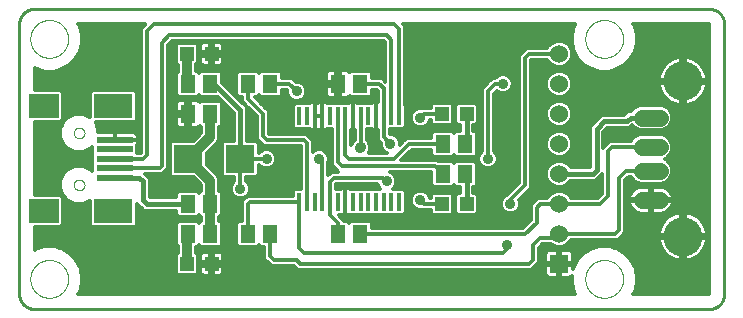
<source format=gtl>
G75*
%MOIN*%
%OFA0B0*%
%FSLAX25Y25*%
%IPPOS*%
%LPD*%
%AMOC8*
5,1,8,0,0,1.08239X$1,22.5*
%
%ADD10C,0.01000*%
%ADD11C,0.00000*%
%ADD12R,0.01575X0.05906*%
%ADD13R,0.04724X0.04724*%
%ADD14R,0.05118X0.05906*%
%ADD15R,0.09449X0.09449*%
%ADD16R,0.09843X0.07874*%
%ADD17R,0.12992X0.07874*%
%ADD18R,0.12205X0.01969*%
%ADD19C,0.05740*%
%ADD20C,0.13055*%
%ADD21R,0.06000X0.06000*%
%ADD22C,0.06000*%
%ADD23C,0.03569*%
%ADD24C,0.01200*%
%ADD25C,0.01600*%
%ADD26C,0.03200*%
D10*
X0024428Y0012513D02*
X0249428Y0012513D01*
X0249568Y0012515D01*
X0249708Y0012521D01*
X0249848Y0012531D01*
X0249988Y0012544D01*
X0250127Y0012562D01*
X0250266Y0012584D01*
X0250403Y0012609D01*
X0250541Y0012638D01*
X0250677Y0012671D01*
X0250812Y0012708D01*
X0250946Y0012749D01*
X0251079Y0012794D01*
X0251211Y0012842D01*
X0251341Y0012894D01*
X0251470Y0012949D01*
X0251597Y0013008D01*
X0251723Y0013071D01*
X0251847Y0013137D01*
X0251968Y0013206D01*
X0252088Y0013279D01*
X0252206Y0013356D01*
X0252321Y0013435D01*
X0252435Y0013518D01*
X0252545Y0013604D01*
X0252654Y0013693D01*
X0252760Y0013785D01*
X0252863Y0013880D01*
X0252964Y0013977D01*
X0253061Y0014078D01*
X0253156Y0014181D01*
X0253248Y0014287D01*
X0253337Y0014396D01*
X0253423Y0014506D01*
X0253506Y0014620D01*
X0253585Y0014735D01*
X0253662Y0014853D01*
X0253735Y0014973D01*
X0253804Y0015094D01*
X0253870Y0015218D01*
X0253933Y0015344D01*
X0253992Y0015471D01*
X0254047Y0015600D01*
X0254099Y0015730D01*
X0254147Y0015862D01*
X0254192Y0015995D01*
X0254233Y0016129D01*
X0254270Y0016264D01*
X0254303Y0016400D01*
X0254332Y0016538D01*
X0254357Y0016675D01*
X0254379Y0016814D01*
X0254397Y0016953D01*
X0254410Y0017093D01*
X0254420Y0017233D01*
X0254426Y0017373D01*
X0254428Y0017513D01*
X0254428Y0107513D01*
X0254426Y0107653D01*
X0254420Y0107793D01*
X0254410Y0107933D01*
X0254397Y0108073D01*
X0254379Y0108212D01*
X0254357Y0108351D01*
X0254332Y0108488D01*
X0254303Y0108626D01*
X0254270Y0108762D01*
X0254233Y0108897D01*
X0254192Y0109031D01*
X0254147Y0109164D01*
X0254099Y0109296D01*
X0254047Y0109426D01*
X0253992Y0109555D01*
X0253933Y0109682D01*
X0253870Y0109808D01*
X0253804Y0109932D01*
X0253735Y0110053D01*
X0253662Y0110173D01*
X0253585Y0110291D01*
X0253506Y0110406D01*
X0253423Y0110520D01*
X0253337Y0110630D01*
X0253248Y0110739D01*
X0253156Y0110845D01*
X0253061Y0110948D01*
X0252964Y0111049D01*
X0252863Y0111146D01*
X0252760Y0111241D01*
X0252654Y0111333D01*
X0252545Y0111422D01*
X0252435Y0111508D01*
X0252321Y0111591D01*
X0252206Y0111670D01*
X0252088Y0111747D01*
X0251968Y0111820D01*
X0251847Y0111889D01*
X0251723Y0111955D01*
X0251597Y0112018D01*
X0251470Y0112077D01*
X0251341Y0112132D01*
X0251211Y0112184D01*
X0251079Y0112232D01*
X0250946Y0112277D01*
X0250812Y0112318D01*
X0250677Y0112355D01*
X0250541Y0112388D01*
X0250403Y0112417D01*
X0250266Y0112442D01*
X0250127Y0112464D01*
X0249988Y0112482D01*
X0249848Y0112495D01*
X0249708Y0112505D01*
X0249568Y0112511D01*
X0249428Y0112513D01*
X0024428Y0112513D01*
X0024288Y0112511D01*
X0024148Y0112505D01*
X0024008Y0112495D01*
X0023868Y0112482D01*
X0023729Y0112464D01*
X0023590Y0112442D01*
X0023453Y0112417D01*
X0023315Y0112388D01*
X0023179Y0112355D01*
X0023044Y0112318D01*
X0022910Y0112277D01*
X0022777Y0112232D01*
X0022645Y0112184D01*
X0022515Y0112132D01*
X0022386Y0112077D01*
X0022259Y0112018D01*
X0022133Y0111955D01*
X0022009Y0111889D01*
X0021888Y0111820D01*
X0021768Y0111747D01*
X0021650Y0111670D01*
X0021535Y0111591D01*
X0021421Y0111508D01*
X0021311Y0111422D01*
X0021202Y0111333D01*
X0021096Y0111241D01*
X0020993Y0111146D01*
X0020892Y0111049D01*
X0020795Y0110948D01*
X0020700Y0110845D01*
X0020608Y0110739D01*
X0020519Y0110630D01*
X0020433Y0110520D01*
X0020350Y0110406D01*
X0020271Y0110291D01*
X0020194Y0110173D01*
X0020121Y0110053D01*
X0020052Y0109932D01*
X0019986Y0109808D01*
X0019923Y0109682D01*
X0019864Y0109555D01*
X0019809Y0109426D01*
X0019757Y0109296D01*
X0019709Y0109164D01*
X0019664Y0109031D01*
X0019623Y0108897D01*
X0019586Y0108762D01*
X0019553Y0108626D01*
X0019524Y0108488D01*
X0019499Y0108351D01*
X0019477Y0108212D01*
X0019459Y0108073D01*
X0019446Y0107933D01*
X0019436Y0107793D01*
X0019430Y0107653D01*
X0019428Y0107513D01*
X0019428Y0017513D01*
X0019430Y0017373D01*
X0019436Y0017233D01*
X0019446Y0017093D01*
X0019459Y0016953D01*
X0019477Y0016814D01*
X0019499Y0016675D01*
X0019524Y0016538D01*
X0019553Y0016400D01*
X0019586Y0016264D01*
X0019623Y0016129D01*
X0019664Y0015995D01*
X0019709Y0015862D01*
X0019757Y0015730D01*
X0019809Y0015600D01*
X0019864Y0015471D01*
X0019923Y0015344D01*
X0019986Y0015218D01*
X0020052Y0015094D01*
X0020121Y0014973D01*
X0020194Y0014853D01*
X0020271Y0014735D01*
X0020350Y0014620D01*
X0020433Y0014506D01*
X0020519Y0014396D01*
X0020608Y0014287D01*
X0020700Y0014181D01*
X0020795Y0014078D01*
X0020892Y0013977D01*
X0020993Y0013880D01*
X0021096Y0013785D01*
X0021202Y0013693D01*
X0021311Y0013604D01*
X0021421Y0013518D01*
X0021535Y0013435D01*
X0021650Y0013356D01*
X0021768Y0013279D01*
X0021888Y0013206D01*
X0022009Y0013137D01*
X0022133Y0013071D01*
X0022259Y0013008D01*
X0022386Y0012949D01*
X0022515Y0012894D01*
X0022645Y0012842D01*
X0022777Y0012794D01*
X0022910Y0012749D01*
X0023044Y0012708D01*
X0023179Y0012671D01*
X0023315Y0012638D01*
X0023453Y0012609D01*
X0023590Y0012584D01*
X0023729Y0012562D01*
X0023868Y0012544D01*
X0024008Y0012531D01*
X0024148Y0012521D01*
X0024288Y0012515D01*
X0024428Y0012513D01*
D11*
X0023129Y0022513D02*
X0023131Y0022671D01*
X0023137Y0022829D01*
X0023147Y0022987D01*
X0023161Y0023145D01*
X0023179Y0023302D01*
X0023200Y0023459D01*
X0023226Y0023615D01*
X0023256Y0023771D01*
X0023289Y0023926D01*
X0023327Y0024079D01*
X0023368Y0024232D01*
X0023413Y0024384D01*
X0023462Y0024535D01*
X0023515Y0024684D01*
X0023571Y0024832D01*
X0023631Y0024978D01*
X0023695Y0025123D01*
X0023763Y0025266D01*
X0023834Y0025408D01*
X0023908Y0025548D01*
X0023986Y0025685D01*
X0024068Y0025821D01*
X0024152Y0025955D01*
X0024241Y0026086D01*
X0024332Y0026215D01*
X0024427Y0026342D01*
X0024524Y0026467D01*
X0024625Y0026589D01*
X0024729Y0026708D01*
X0024836Y0026825D01*
X0024946Y0026939D01*
X0025059Y0027050D01*
X0025174Y0027159D01*
X0025292Y0027264D01*
X0025413Y0027366D01*
X0025536Y0027466D01*
X0025662Y0027562D01*
X0025790Y0027655D01*
X0025920Y0027745D01*
X0026053Y0027831D01*
X0026188Y0027915D01*
X0026324Y0027994D01*
X0026463Y0028071D01*
X0026604Y0028143D01*
X0026746Y0028213D01*
X0026890Y0028278D01*
X0027036Y0028340D01*
X0027183Y0028398D01*
X0027332Y0028453D01*
X0027482Y0028504D01*
X0027633Y0028551D01*
X0027785Y0028594D01*
X0027938Y0028633D01*
X0028093Y0028669D01*
X0028248Y0028700D01*
X0028404Y0028728D01*
X0028560Y0028752D01*
X0028717Y0028772D01*
X0028875Y0028788D01*
X0029032Y0028800D01*
X0029191Y0028808D01*
X0029349Y0028812D01*
X0029507Y0028812D01*
X0029665Y0028808D01*
X0029824Y0028800D01*
X0029981Y0028788D01*
X0030139Y0028772D01*
X0030296Y0028752D01*
X0030452Y0028728D01*
X0030608Y0028700D01*
X0030763Y0028669D01*
X0030918Y0028633D01*
X0031071Y0028594D01*
X0031223Y0028551D01*
X0031374Y0028504D01*
X0031524Y0028453D01*
X0031673Y0028398D01*
X0031820Y0028340D01*
X0031966Y0028278D01*
X0032110Y0028213D01*
X0032252Y0028143D01*
X0032393Y0028071D01*
X0032532Y0027994D01*
X0032668Y0027915D01*
X0032803Y0027831D01*
X0032936Y0027745D01*
X0033066Y0027655D01*
X0033194Y0027562D01*
X0033320Y0027466D01*
X0033443Y0027366D01*
X0033564Y0027264D01*
X0033682Y0027159D01*
X0033797Y0027050D01*
X0033910Y0026939D01*
X0034020Y0026825D01*
X0034127Y0026708D01*
X0034231Y0026589D01*
X0034332Y0026467D01*
X0034429Y0026342D01*
X0034524Y0026215D01*
X0034615Y0026086D01*
X0034704Y0025955D01*
X0034788Y0025821D01*
X0034870Y0025685D01*
X0034948Y0025548D01*
X0035022Y0025408D01*
X0035093Y0025266D01*
X0035161Y0025123D01*
X0035225Y0024978D01*
X0035285Y0024832D01*
X0035341Y0024684D01*
X0035394Y0024535D01*
X0035443Y0024384D01*
X0035488Y0024232D01*
X0035529Y0024079D01*
X0035567Y0023926D01*
X0035600Y0023771D01*
X0035630Y0023615D01*
X0035656Y0023459D01*
X0035677Y0023302D01*
X0035695Y0023145D01*
X0035709Y0022987D01*
X0035719Y0022829D01*
X0035725Y0022671D01*
X0035727Y0022513D01*
X0035725Y0022355D01*
X0035719Y0022197D01*
X0035709Y0022039D01*
X0035695Y0021881D01*
X0035677Y0021724D01*
X0035656Y0021567D01*
X0035630Y0021411D01*
X0035600Y0021255D01*
X0035567Y0021100D01*
X0035529Y0020947D01*
X0035488Y0020794D01*
X0035443Y0020642D01*
X0035394Y0020491D01*
X0035341Y0020342D01*
X0035285Y0020194D01*
X0035225Y0020048D01*
X0035161Y0019903D01*
X0035093Y0019760D01*
X0035022Y0019618D01*
X0034948Y0019478D01*
X0034870Y0019341D01*
X0034788Y0019205D01*
X0034704Y0019071D01*
X0034615Y0018940D01*
X0034524Y0018811D01*
X0034429Y0018684D01*
X0034332Y0018559D01*
X0034231Y0018437D01*
X0034127Y0018318D01*
X0034020Y0018201D01*
X0033910Y0018087D01*
X0033797Y0017976D01*
X0033682Y0017867D01*
X0033564Y0017762D01*
X0033443Y0017660D01*
X0033320Y0017560D01*
X0033194Y0017464D01*
X0033066Y0017371D01*
X0032936Y0017281D01*
X0032803Y0017195D01*
X0032668Y0017111D01*
X0032532Y0017032D01*
X0032393Y0016955D01*
X0032252Y0016883D01*
X0032110Y0016813D01*
X0031966Y0016748D01*
X0031820Y0016686D01*
X0031673Y0016628D01*
X0031524Y0016573D01*
X0031374Y0016522D01*
X0031223Y0016475D01*
X0031071Y0016432D01*
X0030918Y0016393D01*
X0030763Y0016357D01*
X0030608Y0016326D01*
X0030452Y0016298D01*
X0030296Y0016274D01*
X0030139Y0016254D01*
X0029981Y0016238D01*
X0029824Y0016226D01*
X0029665Y0016218D01*
X0029507Y0016214D01*
X0029349Y0016214D01*
X0029191Y0016218D01*
X0029032Y0016226D01*
X0028875Y0016238D01*
X0028717Y0016254D01*
X0028560Y0016274D01*
X0028404Y0016298D01*
X0028248Y0016326D01*
X0028093Y0016357D01*
X0027938Y0016393D01*
X0027785Y0016432D01*
X0027633Y0016475D01*
X0027482Y0016522D01*
X0027332Y0016573D01*
X0027183Y0016628D01*
X0027036Y0016686D01*
X0026890Y0016748D01*
X0026746Y0016813D01*
X0026604Y0016883D01*
X0026463Y0016955D01*
X0026324Y0017032D01*
X0026188Y0017111D01*
X0026053Y0017195D01*
X0025920Y0017281D01*
X0025790Y0017371D01*
X0025662Y0017464D01*
X0025536Y0017560D01*
X0025413Y0017660D01*
X0025292Y0017762D01*
X0025174Y0017867D01*
X0025059Y0017976D01*
X0024946Y0018087D01*
X0024836Y0018201D01*
X0024729Y0018318D01*
X0024625Y0018437D01*
X0024524Y0018559D01*
X0024427Y0018684D01*
X0024332Y0018811D01*
X0024241Y0018940D01*
X0024152Y0019071D01*
X0024068Y0019205D01*
X0023986Y0019341D01*
X0023908Y0019478D01*
X0023834Y0019618D01*
X0023763Y0019760D01*
X0023695Y0019903D01*
X0023631Y0020048D01*
X0023571Y0020194D01*
X0023515Y0020342D01*
X0023462Y0020491D01*
X0023413Y0020642D01*
X0023368Y0020794D01*
X0023327Y0020947D01*
X0023289Y0021100D01*
X0023256Y0021255D01*
X0023226Y0021411D01*
X0023200Y0021567D01*
X0023179Y0021724D01*
X0023161Y0021881D01*
X0023147Y0022039D01*
X0023137Y0022197D01*
X0023131Y0022355D01*
X0023129Y0022513D01*
X0037656Y0053851D02*
X0037658Y0053935D01*
X0037664Y0054018D01*
X0037674Y0054101D01*
X0037688Y0054184D01*
X0037705Y0054266D01*
X0037727Y0054347D01*
X0037752Y0054426D01*
X0037781Y0054505D01*
X0037814Y0054582D01*
X0037850Y0054657D01*
X0037890Y0054731D01*
X0037933Y0054803D01*
X0037980Y0054872D01*
X0038030Y0054939D01*
X0038083Y0055004D01*
X0038139Y0055066D01*
X0038197Y0055126D01*
X0038259Y0055183D01*
X0038323Y0055236D01*
X0038390Y0055287D01*
X0038459Y0055334D01*
X0038530Y0055379D01*
X0038603Y0055419D01*
X0038678Y0055456D01*
X0038755Y0055490D01*
X0038833Y0055520D01*
X0038912Y0055546D01*
X0038993Y0055569D01*
X0039075Y0055587D01*
X0039157Y0055602D01*
X0039240Y0055613D01*
X0039323Y0055620D01*
X0039407Y0055623D01*
X0039491Y0055622D01*
X0039574Y0055617D01*
X0039658Y0055608D01*
X0039740Y0055595D01*
X0039822Y0055579D01*
X0039903Y0055558D01*
X0039984Y0055534D01*
X0040062Y0055506D01*
X0040140Y0055474D01*
X0040216Y0055438D01*
X0040290Y0055399D01*
X0040362Y0055357D01*
X0040432Y0055311D01*
X0040500Y0055262D01*
X0040565Y0055210D01*
X0040628Y0055155D01*
X0040688Y0055097D01*
X0040746Y0055036D01*
X0040800Y0054972D01*
X0040852Y0054906D01*
X0040900Y0054838D01*
X0040945Y0054767D01*
X0040986Y0054694D01*
X0041025Y0054620D01*
X0041059Y0054544D01*
X0041090Y0054466D01*
X0041117Y0054387D01*
X0041141Y0054306D01*
X0041160Y0054225D01*
X0041176Y0054143D01*
X0041188Y0054060D01*
X0041196Y0053976D01*
X0041200Y0053893D01*
X0041200Y0053809D01*
X0041196Y0053726D01*
X0041188Y0053642D01*
X0041176Y0053559D01*
X0041160Y0053477D01*
X0041141Y0053396D01*
X0041117Y0053315D01*
X0041090Y0053236D01*
X0041059Y0053158D01*
X0041025Y0053082D01*
X0040986Y0053008D01*
X0040945Y0052935D01*
X0040900Y0052864D01*
X0040852Y0052796D01*
X0040800Y0052730D01*
X0040746Y0052666D01*
X0040688Y0052605D01*
X0040628Y0052547D01*
X0040565Y0052492D01*
X0040500Y0052440D01*
X0040432Y0052391D01*
X0040362Y0052345D01*
X0040290Y0052303D01*
X0040216Y0052264D01*
X0040140Y0052228D01*
X0040062Y0052196D01*
X0039984Y0052168D01*
X0039903Y0052144D01*
X0039822Y0052123D01*
X0039740Y0052107D01*
X0039658Y0052094D01*
X0039574Y0052085D01*
X0039491Y0052080D01*
X0039407Y0052079D01*
X0039323Y0052082D01*
X0039240Y0052089D01*
X0039157Y0052100D01*
X0039075Y0052115D01*
X0038993Y0052133D01*
X0038912Y0052156D01*
X0038833Y0052182D01*
X0038755Y0052212D01*
X0038678Y0052246D01*
X0038603Y0052283D01*
X0038530Y0052323D01*
X0038459Y0052368D01*
X0038390Y0052415D01*
X0038323Y0052466D01*
X0038259Y0052519D01*
X0038197Y0052576D01*
X0038139Y0052636D01*
X0038083Y0052698D01*
X0038030Y0052763D01*
X0037980Y0052830D01*
X0037933Y0052899D01*
X0037890Y0052971D01*
X0037850Y0053045D01*
X0037814Y0053120D01*
X0037781Y0053197D01*
X0037752Y0053276D01*
X0037727Y0053355D01*
X0037705Y0053436D01*
X0037688Y0053518D01*
X0037674Y0053601D01*
X0037664Y0053684D01*
X0037658Y0053767D01*
X0037656Y0053851D01*
X0037656Y0071174D02*
X0037658Y0071258D01*
X0037664Y0071341D01*
X0037674Y0071424D01*
X0037688Y0071507D01*
X0037705Y0071589D01*
X0037727Y0071670D01*
X0037752Y0071749D01*
X0037781Y0071828D01*
X0037814Y0071905D01*
X0037850Y0071980D01*
X0037890Y0072054D01*
X0037933Y0072126D01*
X0037980Y0072195D01*
X0038030Y0072262D01*
X0038083Y0072327D01*
X0038139Y0072389D01*
X0038197Y0072449D01*
X0038259Y0072506D01*
X0038323Y0072559D01*
X0038390Y0072610D01*
X0038459Y0072657D01*
X0038530Y0072702D01*
X0038603Y0072742D01*
X0038678Y0072779D01*
X0038755Y0072813D01*
X0038833Y0072843D01*
X0038912Y0072869D01*
X0038993Y0072892D01*
X0039075Y0072910D01*
X0039157Y0072925D01*
X0039240Y0072936D01*
X0039323Y0072943D01*
X0039407Y0072946D01*
X0039491Y0072945D01*
X0039574Y0072940D01*
X0039658Y0072931D01*
X0039740Y0072918D01*
X0039822Y0072902D01*
X0039903Y0072881D01*
X0039984Y0072857D01*
X0040062Y0072829D01*
X0040140Y0072797D01*
X0040216Y0072761D01*
X0040290Y0072722D01*
X0040362Y0072680D01*
X0040432Y0072634D01*
X0040500Y0072585D01*
X0040565Y0072533D01*
X0040628Y0072478D01*
X0040688Y0072420D01*
X0040746Y0072359D01*
X0040800Y0072295D01*
X0040852Y0072229D01*
X0040900Y0072161D01*
X0040945Y0072090D01*
X0040986Y0072017D01*
X0041025Y0071943D01*
X0041059Y0071867D01*
X0041090Y0071789D01*
X0041117Y0071710D01*
X0041141Y0071629D01*
X0041160Y0071548D01*
X0041176Y0071466D01*
X0041188Y0071383D01*
X0041196Y0071299D01*
X0041200Y0071216D01*
X0041200Y0071132D01*
X0041196Y0071049D01*
X0041188Y0070965D01*
X0041176Y0070882D01*
X0041160Y0070800D01*
X0041141Y0070719D01*
X0041117Y0070638D01*
X0041090Y0070559D01*
X0041059Y0070481D01*
X0041025Y0070405D01*
X0040986Y0070331D01*
X0040945Y0070258D01*
X0040900Y0070187D01*
X0040852Y0070119D01*
X0040800Y0070053D01*
X0040746Y0069989D01*
X0040688Y0069928D01*
X0040628Y0069870D01*
X0040565Y0069815D01*
X0040500Y0069763D01*
X0040432Y0069714D01*
X0040362Y0069668D01*
X0040290Y0069626D01*
X0040216Y0069587D01*
X0040140Y0069551D01*
X0040062Y0069519D01*
X0039984Y0069491D01*
X0039903Y0069467D01*
X0039822Y0069446D01*
X0039740Y0069430D01*
X0039658Y0069417D01*
X0039574Y0069408D01*
X0039491Y0069403D01*
X0039407Y0069402D01*
X0039323Y0069405D01*
X0039240Y0069412D01*
X0039157Y0069423D01*
X0039075Y0069438D01*
X0038993Y0069456D01*
X0038912Y0069479D01*
X0038833Y0069505D01*
X0038755Y0069535D01*
X0038678Y0069569D01*
X0038603Y0069606D01*
X0038530Y0069646D01*
X0038459Y0069691D01*
X0038390Y0069738D01*
X0038323Y0069789D01*
X0038259Y0069842D01*
X0038197Y0069899D01*
X0038139Y0069959D01*
X0038083Y0070021D01*
X0038030Y0070086D01*
X0037980Y0070153D01*
X0037933Y0070222D01*
X0037890Y0070294D01*
X0037850Y0070368D01*
X0037814Y0070443D01*
X0037781Y0070520D01*
X0037752Y0070599D01*
X0037727Y0070678D01*
X0037705Y0070759D01*
X0037688Y0070841D01*
X0037674Y0070924D01*
X0037664Y0071007D01*
X0037658Y0071090D01*
X0037656Y0071174D01*
X0023129Y0102513D02*
X0023131Y0102671D01*
X0023137Y0102829D01*
X0023147Y0102987D01*
X0023161Y0103145D01*
X0023179Y0103302D01*
X0023200Y0103459D01*
X0023226Y0103615D01*
X0023256Y0103771D01*
X0023289Y0103926D01*
X0023327Y0104079D01*
X0023368Y0104232D01*
X0023413Y0104384D01*
X0023462Y0104535D01*
X0023515Y0104684D01*
X0023571Y0104832D01*
X0023631Y0104978D01*
X0023695Y0105123D01*
X0023763Y0105266D01*
X0023834Y0105408D01*
X0023908Y0105548D01*
X0023986Y0105685D01*
X0024068Y0105821D01*
X0024152Y0105955D01*
X0024241Y0106086D01*
X0024332Y0106215D01*
X0024427Y0106342D01*
X0024524Y0106467D01*
X0024625Y0106589D01*
X0024729Y0106708D01*
X0024836Y0106825D01*
X0024946Y0106939D01*
X0025059Y0107050D01*
X0025174Y0107159D01*
X0025292Y0107264D01*
X0025413Y0107366D01*
X0025536Y0107466D01*
X0025662Y0107562D01*
X0025790Y0107655D01*
X0025920Y0107745D01*
X0026053Y0107831D01*
X0026188Y0107915D01*
X0026324Y0107994D01*
X0026463Y0108071D01*
X0026604Y0108143D01*
X0026746Y0108213D01*
X0026890Y0108278D01*
X0027036Y0108340D01*
X0027183Y0108398D01*
X0027332Y0108453D01*
X0027482Y0108504D01*
X0027633Y0108551D01*
X0027785Y0108594D01*
X0027938Y0108633D01*
X0028093Y0108669D01*
X0028248Y0108700D01*
X0028404Y0108728D01*
X0028560Y0108752D01*
X0028717Y0108772D01*
X0028875Y0108788D01*
X0029032Y0108800D01*
X0029191Y0108808D01*
X0029349Y0108812D01*
X0029507Y0108812D01*
X0029665Y0108808D01*
X0029824Y0108800D01*
X0029981Y0108788D01*
X0030139Y0108772D01*
X0030296Y0108752D01*
X0030452Y0108728D01*
X0030608Y0108700D01*
X0030763Y0108669D01*
X0030918Y0108633D01*
X0031071Y0108594D01*
X0031223Y0108551D01*
X0031374Y0108504D01*
X0031524Y0108453D01*
X0031673Y0108398D01*
X0031820Y0108340D01*
X0031966Y0108278D01*
X0032110Y0108213D01*
X0032252Y0108143D01*
X0032393Y0108071D01*
X0032532Y0107994D01*
X0032668Y0107915D01*
X0032803Y0107831D01*
X0032936Y0107745D01*
X0033066Y0107655D01*
X0033194Y0107562D01*
X0033320Y0107466D01*
X0033443Y0107366D01*
X0033564Y0107264D01*
X0033682Y0107159D01*
X0033797Y0107050D01*
X0033910Y0106939D01*
X0034020Y0106825D01*
X0034127Y0106708D01*
X0034231Y0106589D01*
X0034332Y0106467D01*
X0034429Y0106342D01*
X0034524Y0106215D01*
X0034615Y0106086D01*
X0034704Y0105955D01*
X0034788Y0105821D01*
X0034870Y0105685D01*
X0034948Y0105548D01*
X0035022Y0105408D01*
X0035093Y0105266D01*
X0035161Y0105123D01*
X0035225Y0104978D01*
X0035285Y0104832D01*
X0035341Y0104684D01*
X0035394Y0104535D01*
X0035443Y0104384D01*
X0035488Y0104232D01*
X0035529Y0104079D01*
X0035567Y0103926D01*
X0035600Y0103771D01*
X0035630Y0103615D01*
X0035656Y0103459D01*
X0035677Y0103302D01*
X0035695Y0103145D01*
X0035709Y0102987D01*
X0035719Y0102829D01*
X0035725Y0102671D01*
X0035727Y0102513D01*
X0035725Y0102355D01*
X0035719Y0102197D01*
X0035709Y0102039D01*
X0035695Y0101881D01*
X0035677Y0101724D01*
X0035656Y0101567D01*
X0035630Y0101411D01*
X0035600Y0101255D01*
X0035567Y0101100D01*
X0035529Y0100947D01*
X0035488Y0100794D01*
X0035443Y0100642D01*
X0035394Y0100491D01*
X0035341Y0100342D01*
X0035285Y0100194D01*
X0035225Y0100048D01*
X0035161Y0099903D01*
X0035093Y0099760D01*
X0035022Y0099618D01*
X0034948Y0099478D01*
X0034870Y0099341D01*
X0034788Y0099205D01*
X0034704Y0099071D01*
X0034615Y0098940D01*
X0034524Y0098811D01*
X0034429Y0098684D01*
X0034332Y0098559D01*
X0034231Y0098437D01*
X0034127Y0098318D01*
X0034020Y0098201D01*
X0033910Y0098087D01*
X0033797Y0097976D01*
X0033682Y0097867D01*
X0033564Y0097762D01*
X0033443Y0097660D01*
X0033320Y0097560D01*
X0033194Y0097464D01*
X0033066Y0097371D01*
X0032936Y0097281D01*
X0032803Y0097195D01*
X0032668Y0097111D01*
X0032532Y0097032D01*
X0032393Y0096955D01*
X0032252Y0096883D01*
X0032110Y0096813D01*
X0031966Y0096748D01*
X0031820Y0096686D01*
X0031673Y0096628D01*
X0031524Y0096573D01*
X0031374Y0096522D01*
X0031223Y0096475D01*
X0031071Y0096432D01*
X0030918Y0096393D01*
X0030763Y0096357D01*
X0030608Y0096326D01*
X0030452Y0096298D01*
X0030296Y0096274D01*
X0030139Y0096254D01*
X0029981Y0096238D01*
X0029824Y0096226D01*
X0029665Y0096218D01*
X0029507Y0096214D01*
X0029349Y0096214D01*
X0029191Y0096218D01*
X0029032Y0096226D01*
X0028875Y0096238D01*
X0028717Y0096254D01*
X0028560Y0096274D01*
X0028404Y0096298D01*
X0028248Y0096326D01*
X0028093Y0096357D01*
X0027938Y0096393D01*
X0027785Y0096432D01*
X0027633Y0096475D01*
X0027482Y0096522D01*
X0027332Y0096573D01*
X0027183Y0096628D01*
X0027036Y0096686D01*
X0026890Y0096748D01*
X0026746Y0096813D01*
X0026604Y0096883D01*
X0026463Y0096955D01*
X0026324Y0097032D01*
X0026188Y0097111D01*
X0026053Y0097195D01*
X0025920Y0097281D01*
X0025790Y0097371D01*
X0025662Y0097464D01*
X0025536Y0097560D01*
X0025413Y0097660D01*
X0025292Y0097762D01*
X0025174Y0097867D01*
X0025059Y0097976D01*
X0024946Y0098087D01*
X0024836Y0098201D01*
X0024729Y0098318D01*
X0024625Y0098437D01*
X0024524Y0098559D01*
X0024427Y0098684D01*
X0024332Y0098811D01*
X0024241Y0098940D01*
X0024152Y0099071D01*
X0024068Y0099205D01*
X0023986Y0099341D01*
X0023908Y0099478D01*
X0023834Y0099618D01*
X0023763Y0099760D01*
X0023695Y0099903D01*
X0023631Y0100048D01*
X0023571Y0100194D01*
X0023515Y0100342D01*
X0023462Y0100491D01*
X0023413Y0100642D01*
X0023368Y0100794D01*
X0023327Y0100947D01*
X0023289Y0101100D01*
X0023256Y0101255D01*
X0023226Y0101411D01*
X0023200Y0101567D01*
X0023179Y0101724D01*
X0023161Y0101881D01*
X0023147Y0102039D01*
X0023137Y0102197D01*
X0023131Y0102355D01*
X0023129Y0102513D01*
X0208129Y0102513D02*
X0208131Y0102671D01*
X0208137Y0102829D01*
X0208147Y0102987D01*
X0208161Y0103145D01*
X0208179Y0103302D01*
X0208200Y0103459D01*
X0208226Y0103615D01*
X0208256Y0103771D01*
X0208289Y0103926D01*
X0208327Y0104079D01*
X0208368Y0104232D01*
X0208413Y0104384D01*
X0208462Y0104535D01*
X0208515Y0104684D01*
X0208571Y0104832D01*
X0208631Y0104978D01*
X0208695Y0105123D01*
X0208763Y0105266D01*
X0208834Y0105408D01*
X0208908Y0105548D01*
X0208986Y0105685D01*
X0209068Y0105821D01*
X0209152Y0105955D01*
X0209241Y0106086D01*
X0209332Y0106215D01*
X0209427Y0106342D01*
X0209524Y0106467D01*
X0209625Y0106589D01*
X0209729Y0106708D01*
X0209836Y0106825D01*
X0209946Y0106939D01*
X0210059Y0107050D01*
X0210174Y0107159D01*
X0210292Y0107264D01*
X0210413Y0107366D01*
X0210536Y0107466D01*
X0210662Y0107562D01*
X0210790Y0107655D01*
X0210920Y0107745D01*
X0211053Y0107831D01*
X0211188Y0107915D01*
X0211324Y0107994D01*
X0211463Y0108071D01*
X0211604Y0108143D01*
X0211746Y0108213D01*
X0211890Y0108278D01*
X0212036Y0108340D01*
X0212183Y0108398D01*
X0212332Y0108453D01*
X0212482Y0108504D01*
X0212633Y0108551D01*
X0212785Y0108594D01*
X0212938Y0108633D01*
X0213093Y0108669D01*
X0213248Y0108700D01*
X0213404Y0108728D01*
X0213560Y0108752D01*
X0213717Y0108772D01*
X0213875Y0108788D01*
X0214032Y0108800D01*
X0214191Y0108808D01*
X0214349Y0108812D01*
X0214507Y0108812D01*
X0214665Y0108808D01*
X0214824Y0108800D01*
X0214981Y0108788D01*
X0215139Y0108772D01*
X0215296Y0108752D01*
X0215452Y0108728D01*
X0215608Y0108700D01*
X0215763Y0108669D01*
X0215918Y0108633D01*
X0216071Y0108594D01*
X0216223Y0108551D01*
X0216374Y0108504D01*
X0216524Y0108453D01*
X0216673Y0108398D01*
X0216820Y0108340D01*
X0216966Y0108278D01*
X0217110Y0108213D01*
X0217252Y0108143D01*
X0217393Y0108071D01*
X0217532Y0107994D01*
X0217668Y0107915D01*
X0217803Y0107831D01*
X0217936Y0107745D01*
X0218066Y0107655D01*
X0218194Y0107562D01*
X0218320Y0107466D01*
X0218443Y0107366D01*
X0218564Y0107264D01*
X0218682Y0107159D01*
X0218797Y0107050D01*
X0218910Y0106939D01*
X0219020Y0106825D01*
X0219127Y0106708D01*
X0219231Y0106589D01*
X0219332Y0106467D01*
X0219429Y0106342D01*
X0219524Y0106215D01*
X0219615Y0106086D01*
X0219704Y0105955D01*
X0219788Y0105821D01*
X0219870Y0105685D01*
X0219948Y0105548D01*
X0220022Y0105408D01*
X0220093Y0105266D01*
X0220161Y0105123D01*
X0220225Y0104978D01*
X0220285Y0104832D01*
X0220341Y0104684D01*
X0220394Y0104535D01*
X0220443Y0104384D01*
X0220488Y0104232D01*
X0220529Y0104079D01*
X0220567Y0103926D01*
X0220600Y0103771D01*
X0220630Y0103615D01*
X0220656Y0103459D01*
X0220677Y0103302D01*
X0220695Y0103145D01*
X0220709Y0102987D01*
X0220719Y0102829D01*
X0220725Y0102671D01*
X0220727Y0102513D01*
X0220725Y0102355D01*
X0220719Y0102197D01*
X0220709Y0102039D01*
X0220695Y0101881D01*
X0220677Y0101724D01*
X0220656Y0101567D01*
X0220630Y0101411D01*
X0220600Y0101255D01*
X0220567Y0101100D01*
X0220529Y0100947D01*
X0220488Y0100794D01*
X0220443Y0100642D01*
X0220394Y0100491D01*
X0220341Y0100342D01*
X0220285Y0100194D01*
X0220225Y0100048D01*
X0220161Y0099903D01*
X0220093Y0099760D01*
X0220022Y0099618D01*
X0219948Y0099478D01*
X0219870Y0099341D01*
X0219788Y0099205D01*
X0219704Y0099071D01*
X0219615Y0098940D01*
X0219524Y0098811D01*
X0219429Y0098684D01*
X0219332Y0098559D01*
X0219231Y0098437D01*
X0219127Y0098318D01*
X0219020Y0098201D01*
X0218910Y0098087D01*
X0218797Y0097976D01*
X0218682Y0097867D01*
X0218564Y0097762D01*
X0218443Y0097660D01*
X0218320Y0097560D01*
X0218194Y0097464D01*
X0218066Y0097371D01*
X0217936Y0097281D01*
X0217803Y0097195D01*
X0217668Y0097111D01*
X0217532Y0097032D01*
X0217393Y0096955D01*
X0217252Y0096883D01*
X0217110Y0096813D01*
X0216966Y0096748D01*
X0216820Y0096686D01*
X0216673Y0096628D01*
X0216524Y0096573D01*
X0216374Y0096522D01*
X0216223Y0096475D01*
X0216071Y0096432D01*
X0215918Y0096393D01*
X0215763Y0096357D01*
X0215608Y0096326D01*
X0215452Y0096298D01*
X0215296Y0096274D01*
X0215139Y0096254D01*
X0214981Y0096238D01*
X0214824Y0096226D01*
X0214665Y0096218D01*
X0214507Y0096214D01*
X0214349Y0096214D01*
X0214191Y0096218D01*
X0214032Y0096226D01*
X0213875Y0096238D01*
X0213717Y0096254D01*
X0213560Y0096274D01*
X0213404Y0096298D01*
X0213248Y0096326D01*
X0213093Y0096357D01*
X0212938Y0096393D01*
X0212785Y0096432D01*
X0212633Y0096475D01*
X0212482Y0096522D01*
X0212332Y0096573D01*
X0212183Y0096628D01*
X0212036Y0096686D01*
X0211890Y0096748D01*
X0211746Y0096813D01*
X0211604Y0096883D01*
X0211463Y0096955D01*
X0211324Y0097032D01*
X0211188Y0097111D01*
X0211053Y0097195D01*
X0210920Y0097281D01*
X0210790Y0097371D01*
X0210662Y0097464D01*
X0210536Y0097560D01*
X0210413Y0097660D01*
X0210292Y0097762D01*
X0210174Y0097867D01*
X0210059Y0097976D01*
X0209946Y0098087D01*
X0209836Y0098201D01*
X0209729Y0098318D01*
X0209625Y0098437D01*
X0209524Y0098559D01*
X0209427Y0098684D01*
X0209332Y0098811D01*
X0209241Y0098940D01*
X0209152Y0099071D01*
X0209068Y0099205D01*
X0208986Y0099341D01*
X0208908Y0099478D01*
X0208834Y0099618D01*
X0208763Y0099760D01*
X0208695Y0099903D01*
X0208631Y0100048D01*
X0208571Y0100194D01*
X0208515Y0100342D01*
X0208462Y0100491D01*
X0208413Y0100642D01*
X0208368Y0100794D01*
X0208327Y0100947D01*
X0208289Y0101100D01*
X0208256Y0101255D01*
X0208226Y0101411D01*
X0208200Y0101567D01*
X0208179Y0101724D01*
X0208161Y0101881D01*
X0208147Y0102039D01*
X0208137Y0102197D01*
X0208131Y0102355D01*
X0208129Y0102513D01*
X0208129Y0022513D02*
X0208131Y0022671D01*
X0208137Y0022829D01*
X0208147Y0022987D01*
X0208161Y0023145D01*
X0208179Y0023302D01*
X0208200Y0023459D01*
X0208226Y0023615D01*
X0208256Y0023771D01*
X0208289Y0023926D01*
X0208327Y0024079D01*
X0208368Y0024232D01*
X0208413Y0024384D01*
X0208462Y0024535D01*
X0208515Y0024684D01*
X0208571Y0024832D01*
X0208631Y0024978D01*
X0208695Y0025123D01*
X0208763Y0025266D01*
X0208834Y0025408D01*
X0208908Y0025548D01*
X0208986Y0025685D01*
X0209068Y0025821D01*
X0209152Y0025955D01*
X0209241Y0026086D01*
X0209332Y0026215D01*
X0209427Y0026342D01*
X0209524Y0026467D01*
X0209625Y0026589D01*
X0209729Y0026708D01*
X0209836Y0026825D01*
X0209946Y0026939D01*
X0210059Y0027050D01*
X0210174Y0027159D01*
X0210292Y0027264D01*
X0210413Y0027366D01*
X0210536Y0027466D01*
X0210662Y0027562D01*
X0210790Y0027655D01*
X0210920Y0027745D01*
X0211053Y0027831D01*
X0211188Y0027915D01*
X0211324Y0027994D01*
X0211463Y0028071D01*
X0211604Y0028143D01*
X0211746Y0028213D01*
X0211890Y0028278D01*
X0212036Y0028340D01*
X0212183Y0028398D01*
X0212332Y0028453D01*
X0212482Y0028504D01*
X0212633Y0028551D01*
X0212785Y0028594D01*
X0212938Y0028633D01*
X0213093Y0028669D01*
X0213248Y0028700D01*
X0213404Y0028728D01*
X0213560Y0028752D01*
X0213717Y0028772D01*
X0213875Y0028788D01*
X0214032Y0028800D01*
X0214191Y0028808D01*
X0214349Y0028812D01*
X0214507Y0028812D01*
X0214665Y0028808D01*
X0214824Y0028800D01*
X0214981Y0028788D01*
X0215139Y0028772D01*
X0215296Y0028752D01*
X0215452Y0028728D01*
X0215608Y0028700D01*
X0215763Y0028669D01*
X0215918Y0028633D01*
X0216071Y0028594D01*
X0216223Y0028551D01*
X0216374Y0028504D01*
X0216524Y0028453D01*
X0216673Y0028398D01*
X0216820Y0028340D01*
X0216966Y0028278D01*
X0217110Y0028213D01*
X0217252Y0028143D01*
X0217393Y0028071D01*
X0217532Y0027994D01*
X0217668Y0027915D01*
X0217803Y0027831D01*
X0217936Y0027745D01*
X0218066Y0027655D01*
X0218194Y0027562D01*
X0218320Y0027466D01*
X0218443Y0027366D01*
X0218564Y0027264D01*
X0218682Y0027159D01*
X0218797Y0027050D01*
X0218910Y0026939D01*
X0219020Y0026825D01*
X0219127Y0026708D01*
X0219231Y0026589D01*
X0219332Y0026467D01*
X0219429Y0026342D01*
X0219524Y0026215D01*
X0219615Y0026086D01*
X0219704Y0025955D01*
X0219788Y0025821D01*
X0219870Y0025685D01*
X0219948Y0025548D01*
X0220022Y0025408D01*
X0220093Y0025266D01*
X0220161Y0025123D01*
X0220225Y0024978D01*
X0220285Y0024832D01*
X0220341Y0024684D01*
X0220394Y0024535D01*
X0220443Y0024384D01*
X0220488Y0024232D01*
X0220529Y0024079D01*
X0220567Y0023926D01*
X0220600Y0023771D01*
X0220630Y0023615D01*
X0220656Y0023459D01*
X0220677Y0023302D01*
X0220695Y0023145D01*
X0220709Y0022987D01*
X0220719Y0022829D01*
X0220725Y0022671D01*
X0220727Y0022513D01*
X0220725Y0022355D01*
X0220719Y0022197D01*
X0220709Y0022039D01*
X0220695Y0021881D01*
X0220677Y0021724D01*
X0220656Y0021567D01*
X0220630Y0021411D01*
X0220600Y0021255D01*
X0220567Y0021100D01*
X0220529Y0020947D01*
X0220488Y0020794D01*
X0220443Y0020642D01*
X0220394Y0020491D01*
X0220341Y0020342D01*
X0220285Y0020194D01*
X0220225Y0020048D01*
X0220161Y0019903D01*
X0220093Y0019760D01*
X0220022Y0019618D01*
X0219948Y0019478D01*
X0219870Y0019341D01*
X0219788Y0019205D01*
X0219704Y0019071D01*
X0219615Y0018940D01*
X0219524Y0018811D01*
X0219429Y0018684D01*
X0219332Y0018559D01*
X0219231Y0018437D01*
X0219127Y0018318D01*
X0219020Y0018201D01*
X0218910Y0018087D01*
X0218797Y0017976D01*
X0218682Y0017867D01*
X0218564Y0017762D01*
X0218443Y0017660D01*
X0218320Y0017560D01*
X0218194Y0017464D01*
X0218066Y0017371D01*
X0217936Y0017281D01*
X0217803Y0017195D01*
X0217668Y0017111D01*
X0217532Y0017032D01*
X0217393Y0016955D01*
X0217252Y0016883D01*
X0217110Y0016813D01*
X0216966Y0016748D01*
X0216820Y0016686D01*
X0216673Y0016628D01*
X0216524Y0016573D01*
X0216374Y0016522D01*
X0216223Y0016475D01*
X0216071Y0016432D01*
X0215918Y0016393D01*
X0215763Y0016357D01*
X0215608Y0016326D01*
X0215452Y0016298D01*
X0215296Y0016274D01*
X0215139Y0016254D01*
X0214981Y0016238D01*
X0214824Y0016226D01*
X0214665Y0016218D01*
X0214507Y0016214D01*
X0214349Y0016214D01*
X0214191Y0016218D01*
X0214032Y0016226D01*
X0213875Y0016238D01*
X0213717Y0016254D01*
X0213560Y0016274D01*
X0213404Y0016298D01*
X0213248Y0016326D01*
X0213093Y0016357D01*
X0212938Y0016393D01*
X0212785Y0016432D01*
X0212633Y0016475D01*
X0212482Y0016522D01*
X0212332Y0016573D01*
X0212183Y0016628D01*
X0212036Y0016686D01*
X0211890Y0016748D01*
X0211746Y0016813D01*
X0211604Y0016883D01*
X0211463Y0016955D01*
X0211324Y0017032D01*
X0211188Y0017111D01*
X0211053Y0017195D01*
X0210920Y0017281D01*
X0210790Y0017371D01*
X0210662Y0017464D01*
X0210536Y0017560D01*
X0210413Y0017660D01*
X0210292Y0017762D01*
X0210174Y0017867D01*
X0210059Y0017976D01*
X0209946Y0018087D01*
X0209836Y0018201D01*
X0209729Y0018318D01*
X0209625Y0018437D01*
X0209524Y0018559D01*
X0209427Y0018684D01*
X0209332Y0018811D01*
X0209241Y0018940D01*
X0209152Y0019071D01*
X0209068Y0019205D01*
X0208986Y0019341D01*
X0208908Y0019478D01*
X0208834Y0019618D01*
X0208763Y0019760D01*
X0208695Y0019903D01*
X0208631Y0020048D01*
X0208571Y0020194D01*
X0208515Y0020342D01*
X0208462Y0020491D01*
X0208413Y0020642D01*
X0208368Y0020794D01*
X0208327Y0020947D01*
X0208289Y0021100D01*
X0208256Y0021255D01*
X0208226Y0021411D01*
X0208200Y0021567D01*
X0208179Y0021724D01*
X0208161Y0021881D01*
X0208147Y0022039D01*
X0208137Y0022197D01*
X0208131Y0022355D01*
X0208129Y0022513D01*
D12*
X0146062Y0048241D03*
X0143503Y0048241D03*
X0140944Y0048241D03*
X0138385Y0048241D03*
X0135826Y0048241D03*
X0133267Y0048241D03*
X0130708Y0048241D03*
X0128149Y0048241D03*
X0125590Y0048241D03*
X0123031Y0048241D03*
X0120472Y0048241D03*
X0117913Y0048241D03*
X0115354Y0048241D03*
X0112795Y0048241D03*
X0112795Y0076784D03*
X0115354Y0076784D03*
X0117913Y0076784D03*
X0120472Y0076784D03*
X0123031Y0076784D03*
X0125590Y0076784D03*
X0128149Y0076784D03*
X0130708Y0076784D03*
X0133267Y0076784D03*
X0135826Y0076784D03*
X0138385Y0076784D03*
X0140944Y0076784D03*
X0143503Y0076784D03*
X0146062Y0076784D03*
D13*
X0160295Y0077513D03*
X0168562Y0077513D03*
X0168562Y0047513D03*
X0160295Y0047513D03*
X0083562Y0027513D03*
X0075295Y0027513D03*
X0075295Y0097513D03*
X0083562Y0097513D03*
D14*
X0083169Y0087513D03*
X0075688Y0087513D03*
X0095688Y0087513D03*
X0103169Y0087513D03*
X0125688Y0087513D03*
X0133169Y0087513D03*
X0160688Y0067513D03*
X0168169Y0067513D03*
X0168169Y0057513D03*
X0160688Y0057513D03*
X0133169Y0037513D03*
X0125688Y0037513D03*
X0103169Y0037513D03*
X0095688Y0037513D03*
X0083169Y0037513D03*
X0075688Y0037513D03*
X0075688Y0047513D03*
X0083169Y0047513D03*
X0083169Y0077513D03*
X0075688Y0077513D03*
D15*
X0075767Y0062513D03*
X0093090Y0062513D03*
D16*
X0027617Y0080032D03*
X0027617Y0044993D03*
D17*
X0050846Y0044993D03*
X0050846Y0080032D03*
D18*
X0051239Y0068812D03*
X0051239Y0065662D03*
X0051239Y0062513D03*
X0051239Y0059363D03*
X0051239Y0056214D03*
D19*
X0227139Y0058576D02*
X0232879Y0058576D01*
X0232879Y0066450D02*
X0227139Y0066450D01*
X0227139Y0076292D02*
X0232879Y0076292D01*
X0232879Y0048733D02*
X0227139Y0048733D01*
D20*
X0240678Y0036647D03*
X0240678Y0088379D03*
D21*
X0199428Y0027513D03*
D22*
X0199428Y0037513D03*
X0199428Y0047513D03*
X0199428Y0057513D03*
X0199428Y0067513D03*
X0199428Y0077513D03*
X0199428Y0087513D03*
X0199428Y0097513D03*
D23*
X0180678Y0087513D03*
X0153178Y0076263D03*
X0143178Y0067513D03*
X0133267Y0066351D03*
X0133178Y0066263D03*
X0119428Y0062513D03*
X0101928Y0062513D03*
X0093178Y0052513D03*
X0141928Y0055013D03*
X0153178Y0048763D03*
X0183178Y0047513D03*
X0181928Y0033763D03*
X0175678Y0062513D03*
X0111928Y0085013D03*
X0106928Y0078763D03*
D24*
X0110607Y0078431D02*
X0102589Y0078431D01*
X0102678Y0078341D02*
X0097860Y0083160D01*
X0098827Y0083160D01*
X0099428Y0083761D01*
X0100030Y0083160D01*
X0106308Y0083160D01*
X0107128Y0083980D01*
X0107128Y0085513D01*
X0108600Y0085513D01*
X0108744Y0085369D01*
X0108744Y0084379D01*
X0109229Y0083209D01*
X0110125Y0082313D01*
X0111295Y0081829D01*
X0112562Y0081829D01*
X0113732Y0082313D01*
X0114628Y0083209D01*
X0115113Y0084379D01*
X0115113Y0085646D01*
X0114628Y0086816D01*
X0113732Y0087712D01*
X0112562Y0088197D01*
X0111573Y0088197D01*
X0111428Y0088341D01*
X0110257Y0089513D01*
X0107128Y0089513D01*
X0107128Y0091045D01*
X0106308Y0091866D01*
X0100030Y0091866D01*
X0099428Y0091264D01*
X0098827Y0091866D01*
X0092549Y0091866D01*
X0091729Y0091045D01*
X0091729Y0083980D01*
X0092549Y0083160D01*
X0093678Y0083160D01*
X0093678Y0081684D01*
X0094850Y0080513D01*
X0098678Y0076684D01*
X0098678Y0069184D01*
X0099850Y0068013D01*
X0101100Y0066763D01*
X0113354Y0066763D01*
X0113354Y0052594D01*
X0111427Y0052594D01*
X0110607Y0051774D01*
X0110607Y0050241D01*
X0095578Y0050241D01*
X0094850Y0049513D01*
X0093678Y0048341D01*
X0093678Y0041866D01*
X0092549Y0041866D01*
X0091729Y0041045D01*
X0091729Y0033980D01*
X0092549Y0033160D01*
X0098827Y0033160D01*
X0099428Y0033761D01*
X0100030Y0033160D01*
X0101169Y0033160D01*
X0101169Y0029194D01*
X0102428Y0027934D01*
X0103600Y0026763D01*
X0111100Y0026763D01*
X0111178Y0026684D01*
X0112350Y0025513D01*
X0190257Y0025513D01*
X0191507Y0026763D01*
X0192678Y0027934D01*
X0192678Y0032934D01*
X0194007Y0034263D01*
X0196456Y0034263D01*
X0196936Y0033783D01*
X0198553Y0033113D01*
X0200304Y0033113D01*
X0201921Y0033783D01*
X0203159Y0035020D01*
X0203363Y0035513D01*
X0219007Y0035513D01*
X0220257Y0036763D01*
X0221428Y0037934D01*
X0221428Y0055434D01*
X0222570Y0056576D01*
X0223346Y0056576D01*
X0223519Y0056157D01*
X0224720Y0054956D01*
X0226290Y0054306D01*
X0233729Y0054306D01*
X0235298Y0054956D01*
X0236499Y0056157D01*
X0237149Y0057726D01*
X0237149Y0059425D01*
X0236499Y0060995D01*
X0235298Y0062196D01*
X0234533Y0062513D01*
X0235298Y0062830D01*
X0236499Y0064031D01*
X0237149Y0065600D01*
X0237149Y0067299D01*
X0236499Y0068869D01*
X0235298Y0070070D01*
X0233729Y0070720D01*
X0226290Y0070720D01*
X0224720Y0070070D01*
X0223519Y0068869D01*
X0223346Y0068450D01*
X0216287Y0068450D01*
X0215115Y0067278D01*
X0214128Y0066291D01*
X0214128Y0071601D01*
X0215340Y0072813D01*
X0222840Y0072813D01*
X0223710Y0073683D01*
X0224720Y0072672D01*
X0226290Y0072022D01*
X0233729Y0072022D01*
X0235298Y0072672D01*
X0236499Y0073873D01*
X0237149Y0075443D01*
X0237149Y0077142D01*
X0236499Y0078711D01*
X0235298Y0079912D01*
X0233729Y0080562D01*
X0226290Y0080562D01*
X0224720Y0079912D01*
X0223519Y0078711D01*
X0223428Y0078492D01*
X0222297Y0078492D01*
X0221017Y0077213D01*
X0213517Y0077213D01*
X0212228Y0075924D01*
X0209728Y0073424D01*
X0209728Y0059713D01*
X0203280Y0059713D01*
X0203159Y0060005D01*
X0201921Y0061243D01*
X0200304Y0061913D01*
X0198553Y0061913D01*
X0196936Y0061243D01*
X0195698Y0060005D01*
X0195028Y0058388D01*
X0195028Y0056638D01*
X0195698Y0055020D01*
X0196936Y0053783D01*
X0198553Y0053113D01*
X0200304Y0053113D01*
X0201921Y0053783D01*
X0203159Y0055020D01*
X0203280Y0055313D01*
X0211590Y0055313D01*
X0212840Y0056563D01*
X0213678Y0057402D01*
X0213678Y0050841D01*
X0212350Y0049513D01*
X0203363Y0049513D01*
X0203159Y0050005D01*
X0201921Y0051243D01*
X0200304Y0051913D01*
X0198553Y0051913D01*
X0196936Y0051243D01*
X0195698Y0050005D01*
X0195494Y0049513D01*
X0192350Y0049513D01*
X0191178Y0048341D01*
X0189928Y0047091D01*
X0189928Y0042091D01*
X0187350Y0039513D01*
X0137128Y0039513D01*
X0137128Y0041045D01*
X0136308Y0041866D01*
X0130030Y0041866D01*
X0129428Y0041264D01*
X0128827Y0041866D01*
X0127678Y0041866D01*
X0127678Y0042091D01*
X0126507Y0043263D01*
X0125881Y0043888D01*
X0126586Y0043888D01*
X0126744Y0043797D01*
X0127151Y0043688D01*
X0128149Y0043688D01*
X0129147Y0043688D01*
X0129554Y0043797D01*
X0129711Y0043888D01*
X0147430Y0043888D01*
X0148250Y0044708D01*
X0148250Y0051774D01*
X0147430Y0052594D01*
X0144013Y0052594D01*
X0144628Y0053209D01*
X0145113Y0054379D01*
X0145113Y0055646D01*
X0144628Y0056816D01*
X0143732Y0057712D01*
X0143007Y0058013D01*
X0156729Y0058013D01*
X0156729Y0053980D01*
X0157549Y0053160D01*
X0163827Y0053160D01*
X0164428Y0053761D01*
X0165030Y0053160D01*
X0166362Y0053160D01*
X0166362Y0051275D01*
X0165620Y0051275D01*
X0164800Y0050455D01*
X0164800Y0044571D01*
X0165620Y0043751D01*
X0171504Y0043751D01*
X0172325Y0044571D01*
X0172325Y0050455D01*
X0171504Y0051275D01*
X0170762Y0051275D01*
X0170762Y0053160D01*
X0171308Y0053160D01*
X0172128Y0053980D01*
X0172128Y0061045D01*
X0171308Y0061866D01*
X0165030Y0061866D01*
X0164428Y0061264D01*
X0163827Y0061866D01*
X0159164Y0061866D01*
X0159017Y0062013D01*
X0146757Y0062013D01*
X0150257Y0065513D01*
X0156729Y0065513D01*
X0156729Y0063980D01*
X0157549Y0063160D01*
X0163827Y0063160D01*
X0164428Y0063761D01*
X0165030Y0063160D01*
X0171308Y0063160D01*
X0172128Y0063980D01*
X0172128Y0071045D01*
X0171308Y0071866D01*
X0170762Y0071866D01*
X0170762Y0073751D01*
X0171504Y0073751D01*
X0172325Y0074571D01*
X0172325Y0080455D01*
X0171504Y0081275D01*
X0165620Y0081275D01*
X0164800Y0080455D01*
X0164800Y0074571D01*
X0165620Y0073751D01*
X0166362Y0073751D01*
X0166362Y0071866D01*
X0165030Y0071866D01*
X0164428Y0071264D01*
X0163827Y0071866D01*
X0157549Y0071866D01*
X0156729Y0071045D01*
X0156729Y0069513D01*
X0148600Y0069513D01*
X0147428Y0068341D01*
X0146363Y0067275D01*
X0146363Y0068146D01*
X0145878Y0069316D01*
X0144982Y0070212D01*
X0143812Y0070697D01*
X0142944Y0070697D01*
X0142944Y0072432D01*
X0147430Y0072432D01*
X0148250Y0073252D01*
X0148250Y0080317D01*
X0148062Y0080504D01*
X0148062Y0106707D01*
X0147357Y0107413D01*
X0204672Y0107413D01*
X0204272Y0106720D01*
X0203529Y0103948D01*
X0203529Y0101078D01*
X0204272Y0098306D01*
X0205707Y0095820D01*
X0207736Y0093791D01*
X0210222Y0092356D01*
X0212994Y0091614D01*
X0215863Y0091614D01*
X0218635Y0092356D01*
X0221121Y0093791D01*
X0223150Y0095820D01*
X0224585Y0098306D01*
X0225328Y0101078D01*
X0225328Y0103948D01*
X0224585Y0106720D01*
X0224185Y0107413D01*
X0249328Y0107413D01*
X0249328Y0017613D01*
X0224185Y0017613D01*
X0224585Y0018306D01*
X0225328Y0021078D01*
X0225328Y0023948D01*
X0224585Y0026720D01*
X0223150Y0029205D01*
X0221121Y0031234D01*
X0218635Y0032669D01*
X0215863Y0033412D01*
X0212994Y0033412D01*
X0210222Y0032669D01*
X0207736Y0031234D01*
X0205707Y0029205D01*
X0204272Y0026720D01*
X0204028Y0025811D01*
X0204028Y0027113D01*
X0199829Y0027113D01*
X0199829Y0027913D01*
X0204028Y0027913D01*
X0204028Y0030723D01*
X0203919Y0031130D01*
X0203709Y0031495D01*
X0203411Y0031793D01*
X0203046Y0032004D01*
X0202639Y0032113D01*
X0199828Y0032113D01*
X0199828Y0027913D01*
X0199028Y0027913D01*
X0199028Y0027113D01*
X0194828Y0027113D01*
X0194828Y0024302D01*
X0194937Y0023895D01*
X0195148Y0023530D01*
X0195446Y0023232D01*
X0195811Y0023022D01*
X0196218Y0022913D01*
X0199028Y0022913D01*
X0199028Y0027113D01*
X0199828Y0027113D01*
X0199828Y0022913D01*
X0202639Y0022913D01*
X0203046Y0023022D01*
X0203411Y0023232D01*
X0203529Y0023351D01*
X0203529Y0021078D01*
X0204272Y0018306D01*
X0204672Y0017613D01*
X0039185Y0017613D01*
X0039585Y0018306D01*
X0040328Y0021078D01*
X0040328Y0023948D01*
X0039585Y0026720D01*
X0038150Y0029205D01*
X0036121Y0031234D01*
X0033635Y0032669D01*
X0030863Y0033412D01*
X0027994Y0033412D01*
X0025222Y0032669D01*
X0024528Y0032269D01*
X0024528Y0039656D01*
X0033119Y0039656D01*
X0033939Y0040476D01*
X0033939Y0049510D01*
X0033119Y0050330D01*
X0024528Y0050330D01*
X0024528Y0074695D01*
X0033119Y0074695D01*
X0033939Y0075516D01*
X0033939Y0084549D01*
X0033119Y0085369D01*
X0024528Y0085369D01*
X0024528Y0092756D01*
X0025222Y0092356D01*
X0027994Y0091614D01*
X0030863Y0091614D01*
X0033635Y0092356D01*
X0036121Y0093791D01*
X0038150Y0095820D01*
X0039585Y0098306D01*
X0040328Y0101078D01*
X0040328Y0103948D01*
X0039585Y0106720D01*
X0039185Y0107413D01*
X0061500Y0107413D01*
X0059928Y0105841D01*
X0059928Y0064591D01*
X0059850Y0064513D01*
X0058742Y0064513D01*
X0058742Y0067053D01*
X0058833Y0067210D01*
X0058942Y0067617D01*
X0058942Y0068812D01*
X0058942Y0070007D01*
X0058833Y0070414D01*
X0058622Y0070779D01*
X0058324Y0071077D01*
X0057959Y0071287D01*
X0057552Y0071396D01*
X0051240Y0071396D01*
X0051240Y0068812D01*
X0058942Y0068812D01*
X0051240Y0068812D01*
X0051240Y0068812D01*
X0051239Y0068812D01*
X0051239Y0071396D01*
X0045800Y0071396D01*
X0045800Y0072442D01*
X0044867Y0074695D01*
X0057922Y0074695D01*
X0058742Y0075516D01*
X0058742Y0084549D01*
X0057922Y0085369D01*
X0043770Y0085369D01*
X0042950Y0084549D01*
X0042950Y0076612D01*
X0040696Y0077546D01*
X0038161Y0077546D01*
X0035819Y0076576D01*
X0034027Y0074783D01*
X0033057Y0072442D01*
X0033057Y0069907D01*
X0034027Y0067565D01*
X0035819Y0065773D01*
X0038161Y0064803D01*
X0040696Y0064803D01*
X0043038Y0065773D01*
X0043737Y0066472D01*
X0043737Y0064098D01*
X0043748Y0064088D01*
X0043737Y0064077D01*
X0043737Y0060949D01*
X0043748Y0060938D01*
X0043737Y0060927D01*
X0043737Y0058554D01*
X0043038Y0059253D01*
X0040696Y0060223D01*
X0038161Y0060223D01*
X0035819Y0059253D01*
X0034027Y0057461D01*
X0033057Y0055119D01*
X0033057Y0052584D01*
X0034027Y0050242D01*
X0035819Y0048450D01*
X0038161Y0047480D01*
X0040696Y0047480D01*
X0042950Y0048413D01*
X0042950Y0040476D01*
X0043770Y0039656D01*
X0057922Y0039656D01*
X0058742Y0040476D01*
X0058742Y0047588D01*
X0059728Y0046601D01*
X0061017Y0045313D01*
X0071729Y0045313D01*
X0071729Y0043980D01*
X0072549Y0043160D01*
X0078827Y0043160D01*
X0079428Y0043761D01*
X0080030Y0043160D01*
X0080169Y0043160D01*
X0080169Y0041866D01*
X0080030Y0041866D01*
X0079428Y0041264D01*
X0078827Y0041866D01*
X0072549Y0041866D01*
X0071729Y0041045D01*
X0071729Y0033980D01*
X0072295Y0033415D01*
X0072295Y0031217D01*
X0071532Y0030455D01*
X0071532Y0024571D01*
X0072352Y0023751D01*
X0078237Y0023751D01*
X0079057Y0024571D01*
X0079057Y0030455D01*
X0078295Y0031217D01*
X0078295Y0033160D01*
X0078827Y0033160D01*
X0079428Y0033761D01*
X0080030Y0033160D01*
X0086308Y0033160D01*
X0087128Y0033980D01*
X0087128Y0041045D01*
X0086308Y0041866D01*
X0086169Y0041866D01*
X0086169Y0043160D01*
X0086308Y0043160D01*
X0087128Y0043980D01*
X0087128Y0051045D01*
X0086308Y0051866D01*
X0086169Y0051866D01*
X0086169Y0055708D01*
X0085712Y0056811D01*
X0081891Y0060631D01*
X0081891Y0064395D01*
X0085712Y0068215D01*
X0086169Y0069318D01*
X0086169Y0073160D01*
X0086308Y0073160D01*
X0087128Y0073980D01*
X0087128Y0081045D01*
X0086308Y0081866D01*
X0080030Y0081866D01*
X0079559Y0081394D01*
X0079528Y0081448D01*
X0079230Y0081746D01*
X0078865Y0081956D01*
X0078458Y0082066D01*
X0076288Y0082066D01*
X0076288Y0078113D01*
X0075088Y0078113D01*
X0075088Y0076913D01*
X0071529Y0076913D01*
X0071529Y0074349D01*
X0071638Y0073942D01*
X0071849Y0073578D01*
X0072147Y0073280D01*
X0072512Y0073069D01*
X0072919Y0072960D01*
X0075088Y0072960D01*
X0075088Y0076913D01*
X0076288Y0076913D01*
X0076288Y0072960D01*
X0078458Y0072960D01*
X0078865Y0073069D01*
X0079230Y0073280D01*
X0079528Y0073578D01*
X0079559Y0073631D01*
X0080030Y0073160D01*
X0080169Y0073160D01*
X0080169Y0071157D01*
X0077649Y0068637D01*
X0070463Y0068637D01*
X0069643Y0067817D01*
X0069643Y0057208D01*
X0070463Y0056388D01*
X0077649Y0056388D01*
X0080169Y0053869D01*
X0080169Y0051866D01*
X0080030Y0051866D01*
X0079428Y0051264D01*
X0078827Y0051866D01*
X0072549Y0051866D01*
X0071729Y0051045D01*
X0071729Y0049713D01*
X0062878Y0049713D01*
X0062878Y0055924D01*
X0061590Y0057213D01*
X0061439Y0057363D01*
X0067107Y0057363D01*
X0067757Y0058013D01*
X0068928Y0059184D01*
X0068928Y0100434D01*
X0070257Y0101763D01*
X0141100Y0101763D01*
X0141503Y0101360D01*
X0141503Y0088266D01*
X0141428Y0088341D01*
X0140257Y0089513D01*
X0137128Y0089513D01*
X0137128Y0091045D01*
X0136308Y0091866D01*
X0130030Y0091866D01*
X0129559Y0091394D01*
X0129528Y0091448D01*
X0129230Y0091746D01*
X0128865Y0091956D01*
X0128458Y0092066D01*
X0126288Y0092066D01*
X0126288Y0088113D01*
X0125088Y0088113D01*
X0125088Y0086913D01*
X0121529Y0086913D01*
X0121529Y0084349D01*
X0121638Y0083942D01*
X0121849Y0083578D01*
X0122147Y0083280D01*
X0122512Y0083069D01*
X0122919Y0082960D01*
X0125088Y0082960D01*
X0125088Y0086913D01*
X0126288Y0086913D01*
X0126288Y0082960D01*
X0128458Y0082960D01*
X0128865Y0083069D01*
X0129230Y0083280D01*
X0129528Y0083578D01*
X0129559Y0083631D01*
X0130030Y0083160D01*
X0136308Y0083160D01*
X0137128Y0083980D01*
X0137128Y0085513D01*
X0138600Y0085513D01*
X0138944Y0085169D01*
X0138944Y0081337D01*
X0138385Y0081337D01*
X0137387Y0081337D01*
X0136980Y0081228D01*
X0136823Y0081137D01*
X0132271Y0081137D01*
X0132113Y0081228D01*
X0131706Y0081337D01*
X0130708Y0081337D01*
X0130708Y0076785D01*
X0130708Y0081337D01*
X0129710Y0081337D01*
X0129303Y0081228D01*
X0129145Y0081137D01*
X0122034Y0081137D01*
X0121877Y0081228D01*
X0121470Y0081337D01*
X0120472Y0081337D01*
X0120472Y0076785D01*
X0120472Y0076785D01*
X0120472Y0081337D01*
X0119474Y0081337D01*
X0119192Y0081262D01*
X0118911Y0081337D01*
X0117913Y0081337D01*
X0117913Y0076785D01*
X0117913Y0076785D01*
X0117913Y0076784D02*
X0120300Y0076784D01*
X0120472Y0076784D01*
X0120472Y0072232D01*
X0121470Y0072232D01*
X0121877Y0072341D01*
X0122034Y0072432D01*
X0123590Y0072432D01*
X0123590Y0060523D01*
X0124928Y0059184D01*
X0125850Y0058263D01*
X0123600Y0058263D01*
X0122472Y0057134D01*
X0122472Y0061539D01*
X0122613Y0061879D01*
X0122613Y0063146D01*
X0122128Y0064316D01*
X0121232Y0065212D01*
X0120062Y0065697D01*
X0118795Y0065697D01*
X0117625Y0065212D01*
X0117354Y0064941D01*
X0117354Y0068666D01*
X0116428Y0069591D01*
X0115257Y0070763D01*
X0102757Y0070763D01*
X0102678Y0070841D01*
X0102678Y0078341D01*
X0102678Y0077232D02*
X0110607Y0077232D01*
X0110607Y0076034D02*
X0102678Y0076034D01*
X0102678Y0074835D02*
X0110607Y0074835D01*
X0110607Y0073637D02*
X0102678Y0073637D01*
X0102678Y0072438D02*
X0111421Y0072438D01*
X0111427Y0072432D02*
X0116350Y0072432D01*
X0116508Y0072341D01*
X0116915Y0072232D01*
X0117913Y0072232D01*
X0118911Y0072232D01*
X0119192Y0072307D01*
X0119474Y0072232D01*
X0120472Y0072232D01*
X0120472Y0076784D01*
X0120472Y0076784D01*
X0117913Y0076784D01*
X0117913Y0072232D01*
X0117913Y0076784D01*
X0117913Y0076784D01*
X0117913Y0076784D01*
X0117913Y0076785D02*
X0117913Y0081337D01*
X0116915Y0081337D01*
X0116508Y0081228D01*
X0116350Y0081137D01*
X0111427Y0081137D01*
X0110607Y0080317D01*
X0110607Y0073252D01*
X0111427Y0072432D01*
X0115978Y0070041D02*
X0123590Y0070041D01*
X0123590Y0068843D02*
X0117177Y0068843D01*
X0117354Y0067644D02*
X0123590Y0067644D01*
X0123590Y0066446D02*
X0117354Y0066446D01*
X0117354Y0065247D02*
X0117709Y0065247D01*
X0121148Y0065247D02*
X0123590Y0065247D01*
X0123590Y0064049D02*
X0122239Y0064049D01*
X0122613Y0062850D02*
X0123590Y0062850D01*
X0123590Y0061652D02*
X0122518Y0061652D01*
X0120472Y0061469D02*
X0119428Y0062513D01*
X0120472Y0061469D02*
X0120472Y0048241D01*
X0123031Y0048241D02*
X0123031Y0054865D01*
X0124428Y0056263D01*
X0140678Y0056263D01*
X0141928Y0055013D01*
X0145113Y0054461D02*
X0156729Y0054461D01*
X0156729Y0055659D02*
X0145107Y0055659D01*
X0144587Y0056858D02*
X0156729Y0056858D01*
X0158188Y0060013D02*
X0160688Y0057513D01*
X0158188Y0060013D02*
X0126928Y0060013D01*
X0125590Y0061351D01*
X0125590Y0076784D01*
X0128149Y0076784D02*
X0128149Y0063792D01*
X0129428Y0062513D01*
X0144428Y0062513D01*
X0149428Y0067513D01*
X0160688Y0067513D01*
X0156729Y0065247D02*
X0149991Y0065247D01*
X0148793Y0064049D02*
X0156729Y0064049D01*
X0164041Y0061652D02*
X0164816Y0061652D01*
X0171521Y0061652D02*
X0172588Y0061652D01*
X0172494Y0061879D02*
X0172979Y0060709D01*
X0173875Y0059813D01*
X0175045Y0059329D01*
X0176312Y0059329D01*
X0177482Y0059813D01*
X0178378Y0060709D01*
X0178863Y0061879D01*
X0178863Y0063146D01*
X0178378Y0064316D01*
X0177678Y0065016D01*
X0177678Y0084184D01*
X0178591Y0085097D01*
X0178875Y0084813D01*
X0180045Y0084329D01*
X0181312Y0084329D01*
X0182482Y0084813D01*
X0183378Y0085709D01*
X0183863Y0086879D01*
X0183863Y0088146D01*
X0183378Y0089316D01*
X0182482Y0090212D01*
X0181312Y0090697D01*
X0180045Y0090697D01*
X0178875Y0090212D01*
X0178175Y0089513D01*
X0177350Y0089513D01*
X0176178Y0088341D01*
X0173678Y0085841D01*
X0173678Y0065016D01*
X0172979Y0064316D01*
X0172494Y0063146D01*
X0172494Y0061879D01*
X0172494Y0062850D02*
X0147594Y0062850D01*
X0142100Y0064513D02*
X0135932Y0064513D01*
X0135967Y0064548D01*
X0136451Y0065718D01*
X0136451Y0066985D01*
X0135967Y0068155D01*
X0135267Y0068855D01*
X0135267Y0072432D01*
X0136823Y0072432D01*
X0136980Y0072341D01*
X0137387Y0072232D01*
X0138385Y0072232D01*
X0138385Y0076784D01*
X0138385Y0076784D01*
X0138385Y0072232D01*
X0138944Y0072232D01*
X0138944Y0068919D01*
X0139994Y0067869D01*
X0139994Y0066879D01*
X0140479Y0065709D01*
X0141375Y0064813D01*
X0142100Y0064513D01*
X0140941Y0065247D02*
X0136256Y0065247D01*
X0136451Y0066446D02*
X0140174Y0066446D01*
X0139994Y0067644D02*
X0136178Y0067644D01*
X0135279Y0068843D02*
X0139020Y0068843D01*
X0138944Y0070041D02*
X0135267Y0070041D01*
X0135267Y0071240D02*
X0138944Y0071240D01*
X0138385Y0072438D02*
X0138385Y0072438D01*
X0138385Y0073637D02*
X0138385Y0073637D01*
X0138385Y0074835D02*
X0138385Y0074835D01*
X0138385Y0076034D02*
X0138385Y0076034D01*
X0138385Y0076785D02*
X0138385Y0081337D01*
X0138385Y0076785D01*
X0138385Y0076785D01*
X0138385Y0077232D02*
X0138385Y0077232D01*
X0138385Y0078431D02*
X0138385Y0078431D01*
X0138385Y0079629D02*
X0138385Y0079629D01*
X0138385Y0080828D02*
X0138385Y0080828D01*
X0138944Y0082026D02*
X0113040Y0082026D01*
X0114635Y0083225D02*
X0122242Y0083225D01*
X0121529Y0084423D02*
X0115113Y0084423D01*
X0111928Y0085013D02*
X0109428Y0087513D01*
X0103169Y0087513D01*
X0110552Y0089217D02*
X0121529Y0089217D01*
X0121529Y0088113D02*
X0125088Y0088113D01*
X0125088Y0092066D01*
X0122919Y0092066D01*
X0122512Y0091956D01*
X0122147Y0091746D01*
X0121849Y0091448D01*
X0121638Y0091083D01*
X0121529Y0090676D01*
X0121529Y0088113D01*
X0121529Y0086820D02*
X0114624Y0086820D01*
X0115113Y0085622D02*
X0121529Y0085622D01*
X0125088Y0085622D02*
X0126288Y0085622D01*
X0126288Y0086820D02*
X0125088Y0086820D01*
X0125088Y0088019D02*
X0112992Y0088019D01*
X0111428Y0088341D02*
X0111428Y0088341D01*
X0107128Y0090416D02*
X0121529Y0090416D01*
X0122016Y0091615D02*
X0106559Y0091615D01*
X0099779Y0091615D02*
X0099078Y0091615D01*
X0092298Y0091615D02*
X0086559Y0091615D01*
X0086308Y0091866D02*
X0080030Y0091866D01*
X0079428Y0091264D01*
X0078827Y0091866D01*
X0078295Y0091866D01*
X0078295Y0093808D01*
X0079057Y0094571D01*
X0079057Y0100455D01*
X0078237Y0101275D01*
X0072352Y0101275D01*
X0071532Y0100455D01*
X0071532Y0094571D01*
X0072295Y0093808D01*
X0072295Y0091611D01*
X0071729Y0091045D01*
X0071729Y0083980D01*
X0072549Y0083160D01*
X0078827Y0083160D01*
X0079428Y0083761D01*
X0080030Y0083160D01*
X0085670Y0083160D01*
X0090890Y0077940D01*
X0090890Y0068637D01*
X0087786Y0068637D01*
X0086965Y0067817D01*
X0086965Y0057208D01*
X0087786Y0056388D01*
X0091178Y0056388D01*
X0091178Y0055016D01*
X0090479Y0054316D01*
X0089994Y0053146D01*
X0089994Y0051879D01*
X0090479Y0050709D01*
X0091375Y0049813D01*
X0092545Y0049329D01*
X0093812Y0049329D01*
X0094982Y0049813D01*
X0095878Y0050709D01*
X0096363Y0051879D01*
X0096363Y0053146D01*
X0095878Y0054316D01*
X0095178Y0055016D01*
X0095178Y0056388D01*
X0098394Y0056388D01*
X0099214Y0057208D01*
X0099214Y0060513D01*
X0099425Y0060513D01*
X0100125Y0059813D01*
X0101295Y0059329D01*
X0102562Y0059329D01*
X0103732Y0059813D01*
X0104628Y0060709D01*
X0105113Y0061879D01*
X0105113Y0063146D01*
X0104628Y0064316D01*
X0103732Y0065212D01*
X0102562Y0065697D01*
X0101295Y0065697D01*
X0100125Y0065212D01*
X0099425Y0064513D01*
X0099214Y0064513D01*
X0099214Y0067817D01*
X0098394Y0068637D01*
X0095290Y0068637D01*
X0095290Y0079763D01*
X0087128Y0087925D01*
X0087128Y0091045D01*
X0086308Y0091866D01*
X0087128Y0090416D02*
X0091729Y0090416D01*
X0091729Y0089217D02*
X0087128Y0089217D01*
X0087128Y0088019D02*
X0091729Y0088019D01*
X0091729Y0086820D02*
X0088232Y0086820D01*
X0089431Y0085622D02*
X0091729Y0085622D01*
X0095678Y0087503D02*
X0095688Y0087513D01*
X0095678Y0087503D02*
X0095678Y0082513D01*
X0100678Y0077513D01*
X0100678Y0070013D01*
X0101928Y0068763D01*
X0114428Y0068763D01*
X0115354Y0067838D01*
X0115354Y0048241D01*
X0112795Y0048241D02*
X0112795Y0032897D01*
X0114428Y0031263D01*
X0180678Y0031263D01*
X0181928Y0032513D01*
X0181928Y0033763D01*
X0188178Y0037513D02*
X0191928Y0041263D01*
X0191928Y0046263D01*
X0193178Y0047513D01*
X0199428Y0047513D01*
X0213178Y0047513D01*
X0215678Y0050013D01*
X0215678Y0065013D01*
X0217115Y0066450D01*
X0230009Y0066450D01*
X0236507Y0064049D02*
X0249328Y0064049D01*
X0249328Y0065247D02*
X0237003Y0065247D01*
X0237149Y0066446D02*
X0249328Y0066446D01*
X0249328Y0067644D02*
X0237006Y0067644D01*
X0236510Y0068843D02*
X0249328Y0068843D01*
X0249328Y0070041D02*
X0235327Y0070041D01*
X0234733Y0072438D02*
X0249328Y0072438D01*
X0249328Y0071240D02*
X0214128Y0071240D01*
X0214128Y0070041D02*
X0224692Y0070041D01*
X0223508Y0068843D02*
X0214128Y0068843D01*
X0214128Y0067644D02*
X0215482Y0067644D01*
X0214283Y0066446D02*
X0214128Y0066446D01*
X0209728Y0066446D02*
X0203749Y0066446D01*
X0203828Y0066638D02*
X0203159Y0065020D01*
X0201921Y0063783D01*
X0200304Y0063113D01*
X0198553Y0063113D01*
X0196936Y0063783D01*
X0195698Y0065020D01*
X0195028Y0066638D01*
X0195028Y0068388D01*
X0195698Y0070005D01*
X0196936Y0071243D01*
X0198553Y0071913D01*
X0200304Y0071913D01*
X0201921Y0071243D01*
X0203159Y0070005D01*
X0203828Y0068388D01*
X0203828Y0066638D01*
X0203828Y0067644D02*
X0209728Y0067644D01*
X0209728Y0068843D02*
X0203640Y0068843D01*
X0203122Y0070041D02*
X0209728Y0070041D01*
X0209728Y0071240D02*
X0201924Y0071240D01*
X0201569Y0073637D02*
X0209941Y0073637D01*
X0209728Y0072438D02*
X0190178Y0072438D01*
X0190178Y0071240D02*
X0196933Y0071240D01*
X0195734Y0070041D02*
X0190178Y0070041D01*
X0190178Y0068843D02*
X0195217Y0068843D01*
X0195028Y0067644D02*
X0190178Y0067644D01*
X0190178Y0066446D02*
X0195108Y0066446D01*
X0195604Y0065247D02*
X0190178Y0065247D01*
X0190178Y0064049D02*
X0196670Y0064049D01*
X0197923Y0061652D02*
X0190178Y0061652D01*
X0190178Y0062850D02*
X0209728Y0062850D01*
X0209728Y0061652D02*
X0200934Y0061652D01*
X0202711Y0060453D02*
X0209728Y0060453D01*
X0213135Y0056858D02*
X0213678Y0056858D01*
X0213678Y0055659D02*
X0211936Y0055659D01*
X0213678Y0054461D02*
X0202599Y0054461D01*
X0200664Y0053262D02*
X0213678Y0053262D01*
X0213678Y0052064D02*
X0189308Y0052064D01*
X0189007Y0051763D02*
X0190178Y0052934D01*
X0190178Y0095434D01*
X0190257Y0095513D01*
X0195494Y0095513D01*
X0195698Y0095020D01*
X0196936Y0093783D01*
X0198553Y0093113D01*
X0200304Y0093113D01*
X0201921Y0093783D01*
X0203159Y0095020D01*
X0203828Y0096638D01*
X0203828Y0098388D01*
X0203159Y0100005D01*
X0201921Y0101243D01*
X0200304Y0101913D01*
X0198553Y0101913D01*
X0196936Y0101243D01*
X0195698Y0100005D01*
X0195494Y0099513D01*
X0188600Y0099513D01*
X0187428Y0098341D01*
X0187350Y0098263D01*
X0186178Y0097091D01*
X0186178Y0054591D01*
X0182100Y0050513D01*
X0181375Y0050212D01*
X0180479Y0049316D01*
X0179994Y0048146D01*
X0179994Y0046879D01*
X0180479Y0045709D01*
X0181375Y0044813D01*
X0182545Y0044329D01*
X0183812Y0044329D01*
X0184982Y0044813D01*
X0185878Y0045709D01*
X0186363Y0046879D01*
X0186363Y0048146D01*
X0186078Y0048834D01*
X0189007Y0051763D01*
X0188109Y0050865D02*
X0196558Y0050865D01*
X0195558Y0049667D02*
X0186911Y0049667D01*
X0186229Y0048468D02*
X0191305Y0048468D01*
X0190107Y0047270D02*
X0186363Y0047270D01*
X0186028Y0046071D02*
X0189928Y0046071D01*
X0189928Y0044873D02*
X0185041Y0044873D01*
X0189928Y0043674D02*
X0126096Y0043674D01*
X0127294Y0042476D02*
X0189928Y0042476D01*
X0189114Y0041277D02*
X0136896Y0041277D01*
X0137128Y0040079D02*
X0187916Y0040079D01*
X0188178Y0037513D02*
X0133169Y0037513D01*
X0125688Y0037513D02*
X0125678Y0037523D01*
X0125678Y0041263D01*
X0123031Y0043910D01*
X0123031Y0048241D01*
X0128149Y0048241D02*
X0128149Y0048241D01*
X0128149Y0043688D01*
X0128149Y0048241D01*
X0128149Y0048241D01*
X0128149Y0052794D01*
X0129147Y0052794D01*
X0129554Y0052685D01*
X0129711Y0052594D01*
X0139577Y0052594D01*
X0139844Y0052594D01*
X0139229Y0053209D01*
X0138793Y0054263D01*
X0125257Y0054263D01*
X0125031Y0054037D01*
X0125031Y0052594D01*
X0126586Y0052594D01*
X0126744Y0052685D01*
X0127151Y0052794D01*
X0128149Y0052794D01*
X0128149Y0048241D01*
X0128149Y0048468D02*
X0128149Y0048468D01*
X0128149Y0047270D02*
X0128149Y0047270D01*
X0128149Y0046071D02*
X0128149Y0046071D01*
X0128149Y0044873D02*
X0128149Y0044873D01*
X0129416Y0041277D02*
X0129441Y0041277D01*
X0112795Y0048241D02*
X0096407Y0048241D01*
X0095678Y0047513D01*
X0095678Y0037523D01*
X0095688Y0037513D01*
X0091729Y0037681D02*
X0087128Y0037681D01*
X0087128Y0038880D02*
X0091729Y0038880D01*
X0091729Y0040079D02*
X0087128Y0040079D01*
X0086896Y0041277D02*
X0091961Y0041277D01*
X0093678Y0042476D02*
X0086169Y0042476D01*
X0086822Y0043674D02*
X0093678Y0043674D01*
X0093678Y0044873D02*
X0087128Y0044873D01*
X0087128Y0046071D02*
X0093678Y0046071D01*
X0093678Y0047270D02*
X0087128Y0047270D01*
X0087128Y0048468D02*
X0093805Y0048468D01*
X0094628Y0049667D02*
X0095004Y0049667D01*
X0095943Y0050865D02*
X0110607Y0050865D01*
X0110897Y0052064D02*
X0096363Y0052064D01*
X0096315Y0053262D02*
X0113354Y0053262D01*
X0113354Y0054461D02*
X0095734Y0054461D01*
X0095178Y0055659D02*
X0113354Y0055659D01*
X0113354Y0056858D02*
X0098864Y0056858D01*
X0099214Y0058056D02*
X0113354Y0058056D01*
X0113354Y0059255D02*
X0099214Y0059255D01*
X0099214Y0060453D02*
X0099485Y0060453D01*
X0104372Y0060453D02*
X0113354Y0060453D01*
X0113354Y0061652D02*
X0105018Y0061652D01*
X0105113Y0062850D02*
X0113354Y0062850D01*
X0113354Y0064049D02*
X0104739Y0064049D01*
X0103648Y0065247D02*
X0113354Y0065247D01*
X0113354Y0066446D02*
X0099214Y0066446D01*
X0099214Y0067644D02*
X0100219Y0067644D01*
X0099020Y0068843D02*
X0095290Y0068843D01*
X0095290Y0070041D02*
X0098678Y0070041D01*
X0098678Y0071240D02*
X0095290Y0071240D01*
X0095290Y0072438D02*
X0098678Y0072438D01*
X0098678Y0073637D02*
X0095290Y0073637D01*
X0095290Y0074835D02*
X0098678Y0074835D01*
X0098678Y0076034D02*
X0095290Y0076034D01*
X0095290Y0077232D02*
X0098130Y0077232D01*
X0096932Y0078431D02*
X0095290Y0078431D01*
X0095290Y0079629D02*
X0095733Y0079629D01*
X0094535Y0080828D02*
X0094225Y0080828D01*
X0093678Y0082026D02*
X0093026Y0082026D01*
X0092484Y0083225D02*
X0091828Y0083225D01*
X0091729Y0084423D02*
X0090629Y0084423D01*
X0086804Y0082026D02*
X0078604Y0082026D01*
X0078892Y0083225D02*
X0079965Y0083225D01*
X0076288Y0082026D02*
X0075088Y0082026D01*
X0075088Y0082066D02*
X0072919Y0082066D01*
X0072512Y0081956D01*
X0072147Y0081746D01*
X0071849Y0081448D01*
X0071638Y0081083D01*
X0071529Y0080676D01*
X0071529Y0078113D01*
X0075088Y0078113D01*
X0075088Y0082066D01*
X0075088Y0080828D02*
X0076288Y0080828D01*
X0076288Y0079629D02*
X0075088Y0079629D01*
X0075088Y0078431D02*
X0076288Y0078431D01*
X0075088Y0077232D02*
X0068928Y0077232D01*
X0068928Y0076034D02*
X0071529Y0076034D01*
X0071529Y0074835D02*
X0068928Y0074835D01*
X0068928Y0073637D02*
X0071815Y0073637D01*
X0068928Y0072438D02*
X0080169Y0072438D01*
X0080169Y0071240D02*
X0068928Y0071240D01*
X0068928Y0070041D02*
X0079053Y0070041D01*
X0077854Y0068843D02*
X0068928Y0068843D01*
X0068928Y0067644D02*
X0069643Y0067644D01*
X0069643Y0066446D02*
X0068928Y0066446D01*
X0068928Y0065247D02*
X0069643Y0065247D01*
X0069643Y0064049D02*
X0068928Y0064049D01*
X0068928Y0062850D02*
X0069643Y0062850D01*
X0069643Y0061652D02*
X0068928Y0061652D01*
X0068928Y0060453D02*
X0069643Y0060453D01*
X0069643Y0059255D02*
X0068928Y0059255D01*
X0069643Y0058056D02*
X0067800Y0058056D01*
X0069993Y0056858D02*
X0061945Y0056858D01*
X0062878Y0055659D02*
X0078378Y0055659D01*
X0079577Y0054461D02*
X0062878Y0054461D01*
X0062878Y0053262D02*
X0080169Y0053262D01*
X0080169Y0052064D02*
X0062878Y0052064D01*
X0062878Y0050865D02*
X0071729Y0050865D01*
X0060259Y0046071D02*
X0058742Y0046071D01*
X0058742Y0044873D02*
X0071729Y0044873D01*
X0072035Y0043674D02*
X0058742Y0043674D01*
X0058742Y0042476D02*
X0080169Y0042476D01*
X0079516Y0043674D02*
X0079341Y0043674D01*
X0079416Y0041277D02*
X0079441Y0041277D01*
X0071961Y0041277D02*
X0058742Y0041277D01*
X0058344Y0040079D02*
X0071729Y0040079D01*
X0071729Y0038880D02*
X0024528Y0038880D01*
X0024528Y0037681D02*
X0071729Y0037681D01*
X0071729Y0036483D02*
X0024528Y0036483D01*
X0024528Y0035284D02*
X0071729Y0035284D01*
X0071729Y0034086D02*
X0024528Y0034086D01*
X0024528Y0032887D02*
X0026036Y0032887D01*
X0032821Y0032887D02*
X0072295Y0032887D01*
X0072295Y0031689D02*
X0035333Y0031689D01*
X0036865Y0030490D02*
X0071568Y0030490D01*
X0071532Y0029292D02*
X0038063Y0029292D01*
X0038792Y0028093D02*
X0071532Y0028093D01*
X0071532Y0026895D02*
X0039484Y0026895D01*
X0039859Y0025696D02*
X0071532Y0025696D01*
X0071605Y0024498D02*
X0040180Y0024498D01*
X0040328Y0023299D02*
X0195379Y0023299D01*
X0194828Y0024498D02*
X0087395Y0024498D01*
X0087415Y0024533D02*
X0087525Y0024940D01*
X0087525Y0026932D01*
X0084144Y0026932D01*
X0084144Y0028094D01*
X0087525Y0028094D01*
X0087525Y0030086D01*
X0087415Y0030493D01*
X0087205Y0030857D01*
X0086907Y0031155D01*
X0086542Y0031366D01*
X0086135Y0031475D01*
X0084143Y0031475D01*
X0084143Y0028094D01*
X0082981Y0028094D01*
X0082981Y0026932D01*
X0079600Y0026932D01*
X0079600Y0024940D01*
X0079709Y0024533D01*
X0079920Y0024168D01*
X0080218Y0023870D01*
X0080583Y0023660D01*
X0080989Y0023551D01*
X0082981Y0023551D01*
X0082981Y0026932D01*
X0084143Y0026932D01*
X0084143Y0023551D01*
X0086135Y0023551D01*
X0086542Y0023660D01*
X0086907Y0023870D01*
X0087205Y0024168D01*
X0087415Y0024533D01*
X0087525Y0025696D02*
X0112166Y0025696D01*
X0113178Y0027513D02*
X0189428Y0027513D01*
X0190678Y0028763D01*
X0190678Y0033763D01*
X0193178Y0036263D01*
X0198178Y0036263D01*
X0199428Y0037513D01*
X0218178Y0037513D01*
X0219428Y0038763D01*
X0219428Y0056263D01*
X0221741Y0058576D01*
X0230009Y0058576D01*
X0236723Y0060453D02*
X0249328Y0060453D01*
X0249328Y0059255D02*
X0237149Y0059255D01*
X0237149Y0058056D02*
X0249328Y0058056D01*
X0249328Y0056858D02*
X0236789Y0056858D01*
X0236001Y0055659D02*
X0249328Y0055659D01*
X0249328Y0054461D02*
X0234103Y0054461D01*
X0233926Y0053093D02*
X0233231Y0053203D01*
X0230344Y0053203D01*
X0230344Y0049068D01*
X0230344Y0048398D01*
X0230344Y0044263D01*
X0233231Y0044263D01*
X0233926Y0044373D01*
X0234595Y0044591D01*
X0235222Y0044910D01*
X0235791Y0045324D01*
X0236289Y0045821D01*
X0236702Y0046390D01*
X0237022Y0047017D01*
X0237239Y0047686D01*
X0237349Y0048381D01*
X0237349Y0048398D01*
X0230344Y0048398D01*
X0229674Y0048398D01*
X0229674Y0044263D01*
X0226787Y0044263D01*
X0226092Y0044373D01*
X0225423Y0044591D01*
X0224796Y0044910D01*
X0224227Y0045324D01*
X0223730Y0045821D01*
X0223316Y0046390D01*
X0222997Y0047017D01*
X0222779Y0047686D01*
X0222669Y0048381D01*
X0222669Y0048398D01*
X0229674Y0048398D01*
X0229674Y0049068D01*
X0222669Y0049068D01*
X0222669Y0049085D01*
X0222779Y0049780D01*
X0222997Y0050449D01*
X0223316Y0051076D01*
X0223730Y0051645D01*
X0224227Y0052143D01*
X0224796Y0052556D01*
X0225423Y0052876D01*
X0226092Y0053093D01*
X0226787Y0053203D01*
X0229674Y0053203D01*
X0229674Y0049068D01*
X0230344Y0049068D01*
X0237349Y0049068D01*
X0237349Y0049085D01*
X0237239Y0049780D01*
X0237022Y0050449D01*
X0236702Y0051076D01*
X0236289Y0051645D01*
X0235791Y0052143D01*
X0235222Y0052556D01*
X0234595Y0052876D01*
X0233926Y0053093D01*
X0235870Y0052064D02*
X0249328Y0052064D01*
X0249328Y0053262D02*
X0221428Y0053262D01*
X0221428Y0052064D02*
X0224148Y0052064D01*
X0223208Y0050865D02*
X0221428Y0050865D01*
X0221428Y0049667D02*
X0222761Y0049667D01*
X0221428Y0048468D02*
X0229674Y0048468D01*
X0230344Y0048468D02*
X0249328Y0048468D01*
X0249328Y0047270D02*
X0237104Y0047270D01*
X0236470Y0046071D02*
X0249328Y0046071D01*
X0249328Y0044873D02*
X0235148Y0044873D01*
X0236153Y0043419D02*
X0235308Y0042770D01*
X0234555Y0042017D01*
X0233906Y0041172D01*
X0233373Y0040249D01*
X0232966Y0039265D01*
X0232690Y0038236D01*
X0232560Y0037247D01*
X0240078Y0037247D01*
X0240078Y0036047D01*
X0232560Y0036047D01*
X0232690Y0035058D01*
X0232966Y0034028D01*
X0233373Y0033044D01*
X0233906Y0032121D01*
X0234555Y0031276D01*
X0235308Y0030523D01*
X0236153Y0029874D01*
X0237076Y0029342D01*
X0238060Y0028934D01*
X0239089Y0028658D01*
X0240078Y0028528D01*
X0240078Y0036047D01*
X0241278Y0036047D01*
X0241278Y0028528D01*
X0242267Y0028658D01*
X0243297Y0028934D01*
X0244281Y0029342D01*
X0245204Y0029874D01*
X0246049Y0030523D01*
X0246802Y0031276D01*
X0247451Y0032121D01*
X0247983Y0033044D01*
X0248391Y0034028D01*
X0248667Y0035058D01*
X0248797Y0036047D01*
X0241279Y0036047D01*
X0241279Y0037247D01*
X0248797Y0037247D01*
X0248667Y0038236D01*
X0248391Y0039265D01*
X0247983Y0040249D01*
X0247451Y0041172D01*
X0246802Y0042017D01*
X0246049Y0042770D01*
X0245204Y0043419D01*
X0244281Y0043952D01*
X0243297Y0044359D01*
X0242267Y0044635D01*
X0241278Y0044765D01*
X0241278Y0037247D01*
X0240078Y0037247D01*
X0240078Y0044765D01*
X0239089Y0044635D01*
X0238060Y0044359D01*
X0237076Y0043952D01*
X0236153Y0043419D01*
X0236595Y0043674D02*
X0221428Y0043674D01*
X0221428Y0042476D02*
X0235013Y0042476D01*
X0233987Y0041277D02*
X0221428Y0041277D01*
X0221428Y0040079D02*
X0233303Y0040079D01*
X0232863Y0038880D02*
X0221428Y0038880D01*
X0221176Y0037681D02*
X0232617Y0037681D01*
X0240078Y0037681D02*
X0241278Y0037681D01*
X0241278Y0038880D02*
X0240078Y0038880D01*
X0240078Y0040079D02*
X0241278Y0040079D01*
X0241278Y0041277D02*
X0240078Y0041277D01*
X0240078Y0042476D02*
X0241278Y0042476D01*
X0241278Y0043674D02*
X0240078Y0043674D01*
X0244762Y0043674D02*
X0249328Y0043674D01*
X0249328Y0042476D02*
X0246344Y0042476D01*
X0247370Y0041277D02*
X0249328Y0041277D01*
X0249328Y0040079D02*
X0248054Y0040079D01*
X0248494Y0038880D02*
X0249328Y0038880D01*
X0249328Y0037681D02*
X0248740Y0037681D01*
X0249328Y0036483D02*
X0241279Y0036483D01*
X0241278Y0035284D02*
X0240078Y0035284D01*
X0240078Y0034086D02*
X0241278Y0034086D01*
X0241278Y0032887D02*
X0240078Y0032887D01*
X0240078Y0031689D02*
X0241278Y0031689D01*
X0241278Y0030490D02*
X0240078Y0030490D01*
X0240078Y0029292D02*
X0241278Y0029292D01*
X0244161Y0029292D02*
X0249328Y0029292D01*
X0249328Y0030490D02*
X0246007Y0030490D01*
X0247119Y0031689D02*
X0249328Y0031689D01*
X0249328Y0032887D02*
X0247893Y0032887D01*
X0248407Y0034086D02*
X0249328Y0034086D01*
X0249328Y0035284D02*
X0248697Y0035284D01*
X0240078Y0036483D02*
X0219977Y0036483D01*
X0217821Y0032887D02*
X0233464Y0032887D01*
X0232950Y0034086D02*
X0202224Y0034086D01*
X0203268Y0035284D02*
X0232660Y0035284D01*
X0234238Y0031689D02*
X0220333Y0031689D01*
X0221865Y0030490D02*
X0235350Y0030490D01*
X0237196Y0029292D02*
X0223063Y0029292D01*
X0223792Y0028093D02*
X0249328Y0028093D01*
X0249328Y0026895D02*
X0224484Y0026895D01*
X0224859Y0025696D02*
X0249328Y0025696D01*
X0249328Y0024498D02*
X0225180Y0024498D01*
X0225328Y0023299D02*
X0249328Y0023299D01*
X0249328Y0022101D02*
X0225328Y0022101D01*
X0225281Y0020902D02*
X0249328Y0020902D01*
X0249328Y0019704D02*
X0224959Y0019704D01*
X0224638Y0018505D02*
X0249328Y0018505D01*
X0211036Y0032887D02*
X0192678Y0032887D01*
X0192678Y0031689D02*
X0195342Y0031689D01*
X0195446Y0031793D02*
X0195148Y0031495D01*
X0194937Y0031130D01*
X0194828Y0030723D01*
X0194828Y0027913D01*
X0199028Y0027913D01*
X0199028Y0032113D01*
X0196218Y0032113D01*
X0195811Y0032004D01*
X0195446Y0031793D01*
X0194828Y0030490D02*
X0192678Y0030490D01*
X0192678Y0029292D02*
X0194828Y0029292D01*
X0194828Y0028093D02*
X0192678Y0028093D01*
X0191639Y0026895D02*
X0194828Y0026895D01*
X0194828Y0025696D02*
X0190441Y0025696D01*
X0199028Y0025696D02*
X0199828Y0025696D01*
X0199828Y0024498D02*
X0199028Y0024498D01*
X0199028Y0023299D02*
X0199828Y0023299D01*
X0203478Y0023299D02*
X0203529Y0023299D01*
X0203529Y0022101D02*
X0040328Y0022101D01*
X0040281Y0020902D02*
X0203576Y0020902D01*
X0203897Y0019704D02*
X0039959Y0019704D01*
X0039638Y0018505D02*
X0204219Y0018505D01*
X0204373Y0026895D02*
X0204028Y0026895D01*
X0204028Y0028093D02*
X0205065Y0028093D01*
X0205794Y0029292D02*
X0204028Y0029292D01*
X0204028Y0030490D02*
X0206992Y0030490D01*
X0208524Y0031689D02*
X0203515Y0031689D01*
X0199828Y0031689D02*
X0199028Y0031689D01*
X0199028Y0030490D02*
X0199828Y0030490D01*
X0199828Y0029292D02*
X0199028Y0029292D01*
X0199028Y0028093D02*
X0199828Y0028093D01*
X0199828Y0026895D02*
X0199028Y0026895D01*
X0196633Y0034086D02*
X0193830Y0034086D01*
X0181315Y0044873D02*
X0172325Y0044873D01*
X0172325Y0046071D02*
X0180329Y0046071D01*
X0179994Y0047270D02*
X0172325Y0047270D01*
X0172325Y0048468D02*
X0180128Y0048468D01*
X0180829Y0049667D02*
X0172325Y0049667D01*
X0171914Y0050865D02*
X0182452Y0050865D01*
X0183651Y0052064D02*
X0170762Y0052064D01*
X0171410Y0053262D02*
X0184849Y0053262D01*
X0186048Y0054461D02*
X0172128Y0054461D01*
X0172128Y0055659D02*
X0186178Y0055659D01*
X0186178Y0056858D02*
X0172128Y0056858D01*
X0172128Y0058056D02*
X0186178Y0058056D01*
X0186178Y0059255D02*
X0172128Y0059255D01*
X0172128Y0060453D02*
X0173235Y0060453D01*
X0178122Y0060453D02*
X0186178Y0060453D01*
X0186178Y0061652D02*
X0178768Y0061652D01*
X0178863Y0062850D02*
X0186178Y0062850D01*
X0186178Y0064049D02*
X0178489Y0064049D01*
X0177678Y0065247D02*
X0186178Y0065247D01*
X0186178Y0066446D02*
X0177678Y0066446D01*
X0177678Y0067644D02*
X0186178Y0067644D01*
X0186178Y0068843D02*
X0177678Y0068843D01*
X0177678Y0070041D02*
X0186178Y0070041D01*
X0186178Y0071240D02*
X0177678Y0071240D01*
X0177678Y0072438D02*
X0186178Y0072438D01*
X0186178Y0073637D02*
X0177678Y0073637D01*
X0177678Y0074835D02*
X0186178Y0074835D01*
X0186178Y0076034D02*
X0177678Y0076034D01*
X0177678Y0077232D02*
X0186178Y0077232D01*
X0186178Y0078431D02*
X0177678Y0078431D01*
X0177678Y0079629D02*
X0186178Y0079629D01*
X0186178Y0080828D02*
X0177678Y0080828D01*
X0177678Y0082026D02*
X0186178Y0082026D01*
X0186178Y0083225D02*
X0177678Y0083225D01*
X0177918Y0084423D02*
X0179816Y0084423D01*
X0181541Y0084423D02*
X0186178Y0084423D01*
X0186178Y0085622D02*
X0183291Y0085622D01*
X0183838Y0086820D02*
X0186178Y0086820D01*
X0186178Y0088019D02*
X0183863Y0088019D01*
X0183419Y0089217D02*
X0186178Y0089217D01*
X0186178Y0090416D02*
X0181990Y0090416D01*
X0179367Y0090416D02*
X0148062Y0090416D01*
X0148062Y0089217D02*
X0177055Y0089217D01*
X0175856Y0088019D02*
X0148062Y0088019D01*
X0148062Y0086820D02*
X0174658Y0086820D01*
X0173678Y0085622D02*
X0148062Y0085622D01*
X0148062Y0084423D02*
X0173678Y0084423D01*
X0173678Y0083225D02*
X0148062Y0083225D01*
X0148062Y0082026D02*
X0173678Y0082026D01*
X0173678Y0080828D02*
X0171951Y0080828D01*
X0172325Y0079629D02*
X0173678Y0079629D01*
X0173678Y0078431D02*
X0172325Y0078431D01*
X0172325Y0077232D02*
X0173678Y0077232D01*
X0173678Y0076034D02*
X0172325Y0076034D01*
X0172325Y0074835D02*
X0173678Y0074835D01*
X0173678Y0073637D02*
X0170762Y0073637D01*
X0170762Y0072438D02*
X0173678Y0072438D01*
X0173678Y0071240D02*
X0171933Y0071240D01*
X0172128Y0070041D02*
X0173678Y0070041D01*
X0173678Y0068843D02*
X0172128Y0068843D01*
X0172128Y0067644D02*
X0173678Y0067644D01*
X0173678Y0066446D02*
X0172128Y0066446D01*
X0172128Y0065247D02*
X0173678Y0065247D01*
X0172868Y0064049D02*
X0172128Y0064049D01*
X0175678Y0062513D02*
X0175678Y0085013D01*
X0178178Y0087513D01*
X0180678Y0087513D01*
X0186178Y0091615D02*
X0148062Y0091615D01*
X0148062Y0092813D02*
X0186178Y0092813D01*
X0186178Y0094012D02*
X0148062Y0094012D01*
X0148062Y0095210D02*
X0186178Y0095210D01*
X0186178Y0096409D02*
X0148062Y0096409D01*
X0148062Y0097607D02*
X0186694Y0097607D01*
X0187350Y0098263D02*
X0187350Y0098263D01*
X0187428Y0098341D02*
X0187428Y0098341D01*
X0187893Y0098806D02*
X0148062Y0098806D01*
X0148062Y0100004D02*
X0195698Y0100004D01*
X0196896Y0101203D02*
X0148062Y0101203D01*
X0148062Y0102401D02*
X0203529Y0102401D01*
X0203529Y0101203D02*
X0201961Y0101203D01*
X0203159Y0100004D02*
X0203817Y0100004D01*
X0203655Y0098806D02*
X0204138Y0098806D01*
X0203828Y0097607D02*
X0204675Y0097607D01*
X0205367Y0096409D02*
X0203734Y0096409D01*
X0203237Y0095210D02*
X0206317Y0095210D01*
X0207516Y0094012D02*
X0202150Y0094012D01*
X0201024Y0091615D02*
X0212990Y0091615D01*
X0215867Y0091615D02*
X0233221Y0091615D01*
X0233373Y0091981D02*
X0232966Y0090997D01*
X0232690Y0089968D01*
X0232560Y0088979D01*
X0240078Y0088979D01*
X0240078Y0087779D01*
X0232560Y0087779D01*
X0232690Y0086790D01*
X0232966Y0085761D01*
X0233373Y0084776D01*
X0233906Y0083854D01*
X0234555Y0083009D01*
X0235308Y0082255D01*
X0236153Y0081607D01*
X0237076Y0081074D01*
X0238060Y0080666D01*
X0239089Y0080390D01*
X0240078Y0080260D01*
X0240078Y0087779D01*
X0241278Y0087779D01*
X0241278Y0080260D01*
X0242267Y0080390D01*
X0243297Y0080666D01*
X0244281Y0081074D01*
X0245204Y0081607D01*
X0246049Y0082255D01*
X0246802Y0083009D01*
X0247451Y0083854D01*
X0247983Y0084776D01*
X0248391Y0085761D01*
X0248667Y0086790D01*
X0248797Y0087779D01*
X0241279Y0087779D01*
X0241279Y0088979D01*
X0248797Y0088979D01*
X0248667Y0089968D01*
X0248391Y0090997D01*
X0247983Y0091981D01*
X0247451Y0092904D01*
X0246802Y0093749D01*
X0246049Y0094503D01*
X0245204Y0095151D01*
X0244281Y0095684D01*
X0243297Y0096092D01*
X0242267Y0096367D01*
X0241278Y0096498D01*
X0241278Y0088979D01*
X0240078Y0088979D01*
X0240078Y0096498D01*
X0239089Y0096367D01*
X0238060Y0096092D01*
X0237076Y0095684D01*
X0236153Y0095151D01*
X0235308Y0094503D01*
X0234555Y0093749D01*
X0233906Y0092904D01*
X0233373Y0091981D01*
X0233854Y0092813D02*
X0219426Y0092813D01*
X0221341Y0094012D02*
X0234817Y0094012D01*
X0236255Y0095210D02*
X0222540Y0095210D01*
X0223490Y0096409D02*
X0239402Y0096409D01*
X0240078Y0096409D02*
X0241278Y0096409D01*
X0241955Y0096409D02*
X0249328Y0096409D01*
X0249328Y0097607D02*
X0224181Y0097607D01*
X0224719Y0098806D02*
X0249328Y0098806D01*
X0249328Y0100004D02*
X0225040Y0100004D01*
X0225328Y0101203D02*
X0249328Y0101203D01*
X0249328Y0102401D02*
X0225328Y0102401D01*
X0225328Y0103600D02*
X0249328Y0103600D01*
X0249328Y0104798D02*
X0225100Y0104798D01*
X0224779Y0105997D02*
X0249328Y0105997D01*
X0249328Y0107195D02*
X0224310Y0107195D01*
X0204547Y0107195D02*
X0147574Y0107195D01*
X0148062Y0105997D02*
X0204078Y0105997D01*
X0203757Y0104798D02*
X0148062Y0104798D01*
X0148062Y0103600D02*
X0203529Y0103600D01*
X0199428Y0097513D02*
X0189428Y0097513D01*
X0188178Y0096263D01*
X0188178Y0053763D01*
X0183178Y0048763D01*
X0183178Y0047513D01*
X0190178Y0053262D02*
X0198193Y0053262D01*
X0196258Y0054461D02*
X0190178Y0054461D01*
X0190178Y0055659D02*
X0195434Y0055659D01*
X0195028Y0056858D02*
X0190178Y0056858D01*
X0190178Y0058056D02*
X0195028Y0058056D01*
X0195387Y0059255D02*
X0190178Y0059255D01*
X0190178Y0060453D02*
X0196146Y0060453D01*
X0202187Y0064049D02*
X0209728Y0064049D01*
X0209728Y0065247D02*
X0203253Y0065247D01*
X0214965Y0072438D02*
X0225285Y0072438D01*
X0223756Y0073637D02*
X0223664Y0073637D01*
X0221037Y0077232D02*
X0203828Y0077232D01*
X0203828Y0076638D02*
X0203159Y0075020D01*
X0201921Y0073783D01*
X0200304Y0073113D01*
X0198553Y0073113D01*
X0196936Y0073783D01*
X0195698Y0075020D01*
X0195028Y0076638D01*
X0195028Y0078388D01*
X0195698Y0080005D01*
X0196936Y0081243D01*
X0198553Y0081913D01*
X0200304Y0081913D01*
X0201921Y0081243D01*
X0203159Y0080005D01*
X0203828Y0078388D01*
X0203828Y0076638D01*
X0203578Y0076034D02*
X0212338Y0076034D01*
X0211140Y0074835D02*
X0202974Y0074835D01*
X0197288Y0073637D02*
X0190178Y0073637D01*
X0190178Y0074835D02*
X0195883Y0074835D01*
X0195279Y0076034D02*
X0190178Y0076034D01*
X0190178Y0077232D02*
X0195028Y0077232D01*
X0195046Y0078431D02*
X0190178Y0078431D01*
X0190178Y0079629D02*
X0195543Y0079629D01*
X0196521Y0080828D02*
X0190178Y0080828D01*
X0190178Y0082026D02*
X0235606Y0082026D01*
X0234389Y0083225D02*
X0200574Y0083225D01*
X0200304Y0083113D02*
X0201921Y0083783D01*
X0203159Y0085020D01*
X0203828Y0086638D01*
X0203828Y0088388D01*
X0203159Y0090005D01*
X0201921Y0091243D01*
X0200304Y0091913D01*
X0198553Y0091913D01*
X0196936Y0091243D01*
X0195698Y0090005D01*
X0195028Y0088388D01*
X0195028Y0086638D01*
X0195698Y0085020D01*
X0196936Y0083783D01*
X0198553Y0083113D01*
X0200304Y0083113D01*
X0198282Y0083225D02*
X0190178Y0083225D01*
X0190178Y0084423D02*
X0196295Y0084423D01*
X0195449Y0085622D02*
X0190178Y0085622D01*
X0190178Y0086820D02*
X0195028Y0086820D01*
X0195028Y0088019D02*
X0190178Y0088019D01*
X0190178Y0089217D02*
X0195372Y0089217D01*
X0196109Y0090416D02*
X0190178Y0090416D01*
X0190178Y0091615D02*
X0197833Y0091615D01*
X0196707Y0094012D02*
X0190178Y0094012D01*
X0190178Y0095210D02*
X0195620Y0095210D01*
X0190178Y0092813D02*
X0209430Y0092813D01*
X0202748Y0090416D02*
X0232810Y0090416D01*
X0232591Y0089217D02*
X0203485Y0089217D01*
X0203828Y0088019D02*
X0240078Y0088019D01*
X0240078Y0089217D02*
X0241278Y0089217D01*
X0241279Y0088019D02*
X0249328Y0088019D01*
X0249328Y0089217D02*
X0248766Y0089217D01*
X0248547Y0090416D02*
X0249328Y0090416D01*
X0249328Y0091615D02*
X0248135Y0091615D01*
X0247503Y0092813D02*
X0249328Y0092813D01*
X0249328Y0094012D02*
X0246540Y0094012D01*
X0245102Y0095210D02*
X0249328Y0095210D01*
X0241278Y0095210D02*
X0240078Y0095210D01*
X0240078Y0094012D02*
X0241278Y0094012D01*
X0241278Y0092813D02*
X0240078Y0092813D01*
X0240078Y0091615D02*
X0241278Y0091615D01*
X0241278Y0090416D02*
X0240078Y0090416D01*
X0240078Y0086820D02*
X0241278Y0086820D01*
X0241278Y0085622D02*
X0240078Y0085622D01*
X0240078Y0084423D02*
X0241278Y0084423D01*
X0241278Y0083225D02*
X0240078Y0083225D01*
X0240078Y0082026D02*
X0241278Y0082026D01*
X0241278Y0080828D02*
X0240078Y0080828D01*
X0237670Y0080828D02*
X0202336Y0080828D01*
X0203314Y0079629D02*
X0224437Y0079629D01*
X0222235Y0078431D02*
X0203811Y0078431D01*
X0202562Y0084423D02*
X0233577Y0084423D01*
X0233023Y0085622D02*
X0203408Y0085622D01*
X0203828Y0086820D02*
X0232686Y0086820D01*
X0245751Y0082026D02*
X0249328Y0082026D01*
X0249328Y0080828D02*
X0243687Y0080828D01*
X0246968Y0083225D02*
X0249328Y0083225D01*
X0249328Y0084423D02*
X0247780Y0084423D01*
X0248334Y0085622D02*
X0249328Y0085622D01*
X0249328Y0086820D02*
X0248671Y0086820D01*
X0249328Y0079629D02*
X0235581Y0079629D01*
X0236615Y0078431D02*
X0249328Y0078431D01*
X0249328Y0077232D02*
X0237112Y0077232D01*
X0237149Y0076034D02*
X0249328Y0076034D01*
X0249328Y0074835D02*
X0236898Y0074835D01*
X0236263Y0073637D02*
X0249328Y0073637D01*
X0249328Y0062850D02*
X0235319Y0062850D01*
X0235842Y0061652D02*
X0249328Y0061652D01*
X0225916Y0054461D02*
X0221428Y0054461D01*
X0221653Y0055659D02*
X0224017Y0055659D01*
X0229674Y0052064D02*
X0230344Y0052064D01*
X0230344Y0050865D02*
X0229674Y0050865D01*
X0229674Y0049667D02*
X0230344Y0049667D01*
X0230344Y0047270D02*
X0229674Y0047270D01*
X0229674Y0046071D02*
X0230344Y0046071D01*
X0230344Y0044873D02*
X0229674Y0044873D01*
X0224870Y0044873D02*
X0221428Y0044873D01*
X0221428Y0046071D02*
X0223548Y0046071D01*
X0222915Y0047270D02*
X0221428Y0047270D01*
X0213678Y0050865D02*
X0202299Y0050865D01*
X0203299Y0049667D02*
X0212504Y0049667D01*
X0236810Y0050865D02*
X0249328Y0050865D01*
X0249328Y0049667D02*
X0237257Y0049667D01*
X0166362Y0052064D02*
X0147960Y0052064D01*
X0148250Y0050865D02*
X0150778Y0050865D01*
X0150479Y0050566D02*
X0149994Y0049396D01*
X0149994Y0048129D01*
X0150479Y0046959D01*
X0151375Y0046063D01*
X0152545Y0045579D01*
X0153534Y0045579D01*
X0153600Y0045513D01*
X0156532Y0045513D01*
X0156532Y0044571D01*
X0157352Y0043751D01*
X0163237Y0043751D01*
X0164057Y0044571D01*
X0164057Y0050455D01*
X0163237Y0051275D01*
X0157352Y0051275D01*
X0156532Y0050455D01*
X0156532Y0049513D01*
X0156314Y0049513D01*
X0155878Y0050566D01*
X0154982Y0051462D01*
X0153812Y0051947D01*
X0152545Y0051947D01*
X0151375Y0051462D01*
X0150479Y0050566D01*
X0150106Y0049667D02*
X0148250Y0049667D01*
X0148250Y0048468D02*
X0149994Y0048468D01*
X0150350Y0047270D02*
X0148250Y0047270D01*
X0148250Y0046071D02*
X0151367Y0046071D01*
X0153178Y0048763D02*
X0154428Y0047513D01*
X0160295Y0047513D01*
X0164057Y0047270D02*
X0164800Y0047270D01*
X0164800Y0048468D02*
X0164057Y0048468D01*
X0164057Y0049667D02*
X0164800Y0049667D01*
X0165210Y0050865D02*
X0163647Y0050865D01*
X0163929Y0053262D02*
X0164928Y0053262D01*
X0157447Y0053262D02*
X0144650Y0053262D01*
X0139207Y0053262D02*
X0125031Y0053262D01*
X0128149Y0052064D02*
X0128149Y0052064D01*
X0128149Y0050865D02*
X0128149Y0050865D01*
X0128149Y0049667D02*
X0128149Y0049667D01*
X0123393Y0058056D02*
X0122472Y0058056D01*
X0122472Y0059255D02*
X0124858Y0059255D01*
X0123660Y0060453D02*
X0122472Y0060453D01*
X0130149Y0067270D02*
X0130149Y0072232D01*
X0130708Y0072232D01*
X0131267Y0072232D01*
X0131267Y0068855D01*
X0130568Y0068155D01*
X0130479Y0068066D01*
X0130149Y0067270D01*
X0130149Y0067644D02*
X0130304Y0067644D01*
X0130149Y0068843D02*
X0131255Y0068843D01*
X0131267Y0070041D02*
X0130149Y0070041D01*
X0130149Y0071240D02*
X0131267Y0071240D01*
X0130708Y0072232D02*
X0130708Y0076784D01*
X0130708Y0076784D01*
X0130708Y0072232D01*
X0130708Y0072438D02*
X0130708Y0072438D01*
X0130708Y0073637D02*
X0130708Y0073637D01*
X0130708Y0074835D02*
X0130708Y0074835D01*
X0130708Y0076034D02*
X0130708Y0076034D01*
X0130708Y0076785D02*
X0130708Y0076785D01*
X0130708Y0077232D02*
X0130708Y0077232D01*
X0130708Y0078431D02*
X0130708Y0078431D01*
X0130708Y0079629D02*
X0130708Y0079629D01*
X0130708Y0080828D02*
X0130708Y0080828D01*
X0129965Y0083225D02*
X0129135Y0083225D01*
X0126288Y0083225D02*
X0125088Y0083225D01*
X0125088Y0084423D02*
X0126288Y0084423D01*
X0120472Y0080828D02*
X0120472Y0080828D01*
X0120472Y0079629D02*
X0120472Y0079629D01*
X0120472Y0078431D02*
X0120472Y0078431D01*
X0120472Y0077232D02*
X0120472Y0077232D01*
X0120472Y0076784D02*
X0120472Y0076784D01*
X0120472Y0076034D02*
X0120472Y0076034D01*
X0120472Y0074835D02*
X0120472Y0074835D01*
X0120472Y0073637D02*
X0120472Y0073637D01*
X0120472Y0072438D02*
X0120472Y0072438D01*
X0117913Y0072438D02*
X0117913Y0072438D01*
X0117913Y0073637D02*
X0117913Y0073637D01*
X0117913Y0074835D02*
X0117913Y0074835D01*
X0117913Y0076034D02*
X0117913Y0076034D01*
X0117913Y0077232D02*
X0117913Y0077232D01*
X0117913Y0078431D02*
X0117913Y0078431D01*
X0117913Y0079629D02*
X0117913Y0079629D01*
X0117913Y0080828D02*
X0117913Y0080828D01*
X0111118Y0080828D02*
X0100192Y0080828D01*
X0101390Y0079629D02*
X0110607Y0079629D01*
X0110817Y0082026D02*
X0098993Y0082026D01*
X0098892Y0083225D02*
X0099965Y0083225D01*
X0106373Y0083225D02*
X0109222Y0083225D01*
X0108744Y0084423D02*
X0107128Y0084423D01*
X0090890Y0077232D02*
X0087128Y0077232D01*
X0087128Y0076034D02*
X0090890Y0076034D01*
X0090890Y0074835D02*
X0087128Y0074835D01*
X0086784Y0073637D02*
X0090890Y0073637D01*
X0090890Y0072438D02*
X0086169Y0072438D01*
X0086169Y0071240D02*
X0090890Y0071240D01*
X0090890Y0070041D02*
X0086169Y0070041D01*
X0085972Y0068843D02*
X0090890Y0068843D01*
X0086965Y0067644D02*
X0085141Y0067644D01*
X0083943Y0066446D02*
X0086965Y0066446D01*
X0086965Y0065247D02*
X0082744Y0065247D01*
X0081891Y0064049D02*
X0086965Y0064049D01*
X0086965Y0062850D02*
X0081891Y0062850D01*
X0081891Y0061652D02*
X0086965Y0061652D01*
X0086965Y0060453D02*
X0082069Y0060453D01*
X0083268Y0059255D02*
X0086965Y0059255D01*
X0086965Y0058056D02*
X0084466Y0058056D01*
X0085665Y0056858D02*
X0087316Y0056858D01*
X0086169Y0055659D02*
X0091178Y0055659D01*
X0090623Y0054461D02*
X0086169Y0054461D01*
X0086169Y0053262D02*
X0090042Y0053262D01*
X0089994Y0052064D02*
X0086169Y0052064D01*
X0087128Y0050865D02*
X0090414Y0050865D01*
X0091729Y0049667D02*
X0087128Y0049667D01*
X0093178Y0052513D02*
X0093178Y0062424D01*
X0093090Y0062513D01*
X0101928Y0062513D01*
X0100209Y0065247D02*
X0099214Y0065247D01*
X0102678Y0071240D02*
X0123590Y0071240D01*
X0133267Y0066351D02*
X0133267Y0076784D01*
X0140944Y0076784D02*
X0140944Y0069747D01*
X0143178Y0067513D01*
X0146074Y0068843D02*
X0147930Y0068843D01*
X0146732Y0067644D02*
X0146363Y0067644D01*
X0145153Y0070041D02*
X0156729Y0070041D01*
X0156924Y0071240D02*
X0142944Y0071240D01*
X0147436Y0072438D02*
X0166362Y0072438D01*
X0166362Y0073637D02*
X0155056Y0073637D01*
X0154982Y0073563D02*
X0155878Y0074459D01*
X0156314Y0075513D01*
X0156532Y0075513D01*
X0156532Y0074571D01*
X0157352Y0073751D01*
X0163237Y0073751D01*
X0164057Y0074571D01*
X0164057Y0080455D01*
X0163237Y0081275D01*
X0157352Y0081275D01*
X0156532Y0080455D01*
X0156532Y0079513D01*
X0153600Y0079513D01*
X0153534Y0079447D01*
X0152545Y0079447D01*
X0151375Y0078962D01*
X0150479Y0078066D01*
X0149994Y0076896D01*
X0149994Y0075629D01*
X0150479Y0074459D01*
X0151375Y0073563D01*
X0152545Y0073079D01*
X0153812Y0073079D01*
X0154982Y0073563D01*
X0156034Y0074835D02*
X0156532Y0074835D01*
X0154428Y0077513D02*
X0160295Y0077513D01*
X0164057Y0077232D02*
X0164800Y0077232D01*
X0164800Y0076034D02*
X0164057Y0076034D01*
X0164057Y0074835D02*
X0164800Y0074835D01*
X0164800Y0078431D02*
X0164057Y0078431D01*
X0164057Y0079629D02*
X0164800Y0079629D01*
X0165173Y0080828D02*
X0163684Y0080828D01*
X0156905Y0080828D02*
X0148062Y0080828D01*
X0148250Y0079629D02*
X0156532Y0079629D01*
X0154428Y0077513D02*
X0153178Y0076263D01*
X0150323Y0074835D02*
X0148250Y0074835D01*
X0148250Y0073637D02*
X0151301Y0073637D01*
X0149994Y0076034D02*
X0148250Y0076034D01*
X0148250Y0077232D02*
X0150133Y0077232D01*
X0150843Y0078431D02*
X0148250Y0078431D01*
X0146062Y0076784D02*
X0146062Y0105879D01*
X0144428Y0107513D01*
X0064428Y0107513D01*
X0061928Y0105013D01*
X0061928Y0063763D01*
X0060678Y0062513D01*
X0051239Y0062513D01*
X0051239Y0059363D02*
X0066279Y0059363D01*
X0066928Y0060013D01*
X0066928Y0101263D01*
X0069428Y0103763D01*
X0141928Y0103763D01*
X0143503Y0102188D01*
X0143503Y0076784D01*
X0140944Y0076784D02*
X0140944Y0085997D01*
X0139428Y0087513D01*
X0133169Y0087513D01*
X0126288Y0089217D02*
X0125088Y0089217D01*
X0125088Y0090416D02*
X0126288Y0090416D01*
X0126288Y0091615D02*
X0125088Y0091615D01*
X0129361Y0091615D02*
X0129779Y0091615D01*
X0136559Y0091615D02*
X0141503Y0091615D01*
X0141503Y0092813D02*
X0078295Y0092813D01*
X0078498Y0094012D02*
X0080076Y0094012D01*
X0080218Y0093870D02*
X0080583Y0093660D01*
X0080989Y0093551D01*
X0082981Y0093551D01*
X0082981Y0096932D01*
X0079600Y0096932D01*
X0079600Y0094940D01*
X0079709Y0094533D01*
X0079920Y0094168D01*
X0080218Y0093870D01*
X0079600Y0095210D02*
X0079057Y0095210D01*
X0079057Y0096409D02*
X0079600Y0096409D01*
X0079057Y0097607D02*
X0082981Y0097607D01*
X0082981Y0098094D02*
X0082981Y0096932D01*
X0084143Y0096932D01*
X0084143Y0093551D01*
X0086135Y0093551D01*
X0086542Y0093660D01*
X0086907Y0093870D01*
X0087205Y0094168D01*
X0087415Y0094533D01*
X0087525Y0094940D01*
X0087525Y0096932D01*
X0084144Y0096932D01*
X0084144Y0098094D01*
X0087525Y0098094D01*
X0087525Y0100086D01*
X0087415Y0100493D01*
X0087205Y0100857D01*
X0086907Y0101155D01*
X0086542Y0101366D01*
X0086135Y0101475D01*
X0084143Y0101475D01*
X0084143Y0098094D01*
X0082981Y0098094D01*
X0079600Y0098094D01*
X0079600Y0100086D01*
X0079709Y0100493D01*
X0079920Y0100857D01*
X0080218Y0101155D01*
X0080583Y0101366D01*
X0080989Y0101475D01*
X0082981Y0101475D01*
X0082981Y0098094D01*
X0082981Y0098806D02*
X0084143Y0098806D01*
X0084143Y0100004D02*
X0082981Y0100004D01*
X0082981Y0101203D02*
X0084143Y0101203D01*
X0086825Y0101203D02*
X0141503Y0101203D01*
X0141503Y0100004D02*
X0087525Y0100004D01*
X0087525Y0098806D02*
X0141503Y0098806D01*
X0141503Y0097607D02*
X0084144Y0097607D01*
X0084143Y0096409D02*
X0082981Y0096409D01*
X0082981Y0095210D02*
X0084143Y0095210D01*
X0084143Y0094012D02*
X0082981Y0094012D01*
X0087048Y0094012D02*
X0141503Y0094012D01*
X0141503Y0095210D02*
X0087525Y0095210D01*
X0087525Y0096409D02*
X0141503Y0096409D01*
X0141503Y0090416D02*
X0137128Y0090416D01*
X0140552Y0089217D02*
X0141503Y0089217D01*
X0138944Y0084423D02*
X0137128Y0084423D01*
X0136373Y0083225D02*
X0138944Y0083225D01*
X0090399Y0078431D02*
X0087128Y0078431D01*
X0087128Y0079629D02*
X0089201Y0079629D01*
X0088002Y0080828D02*
X0087128Y0080828D01*
X0076288Y0076034D02*
X0075088Y0076034D01*
X0075088Y0074835D02*
X0076288Y0074835D01*
X0076288Y0073637D02*
X0075088Y0073637D01*
X0071529Y0078431D02*
X0068928Y0078431D01*
X0068928Y0079629D02*
X0071529Y0079629D01*
X0071570Y0080828D02*
X0068928Y0080828D01*
X0068928Y0082026D02*
X0072773Y0082026D01*
X0072484Y0083225D02*
X0068928Y0083225D01*
X0068928Y0084423D02*
X0071729Y0084423D01*
X0071729Y0085622D02*
X0068928Y0085622D01*
X0068928Y0086820D02*
X0071729Y0086820D01*
X0071729Y0088019D02*
X0068928Y0088019D01*
X0068928Y0089217D02*
X0071729Y0089217D01*
X0071729Y0090416D02*
X0068928Y0090416D01*
X0068928Y0091615D02*
X0072295Y0091615D01*
X0072295Y0092813D02*
X0068928Y0092813D01*
X0068928Y0094012D02*
X0072092Y0094012D01*
X0071532Y0095210D02*
X0068928Y0095210D01*
X0068928Y0096409D02*
X0071532Y0096409D01*
X0071532Y0097607D02*
X0068928Y0097607D01*
X0068928Y0098806D02*
X0071532Y0098806D01*
X0071532Y0100004D02*
X0068928Y0100004D01*
X0069697Y0101203D02*
X0072280Y0101203D01*
X0078309Y0101203D02*
X0080300Y0101203D01*
X0079600Y0100004D02*
X0079057Y0100004D01*
X0079057Y0098806D02*
X0079600Y0098806D01*
X0079779Y0091615D02*
X0079078Y0091615D01*
X0059928Y0091615D02*
X0030867Y0091615D01*
X0027990Y0091615D02*
X0024528Y0091615D01*
X0024528Y0090416D02*
X0059928Y0090416D01*
X0059928Y0089217D02*
X0024528Y0089217D01*
X0024528Y0088019D02*
X0059928Y0088019D01*
X0059928Y0086820D02*
X0024528Y0086820D01*
X0024528Y0085622D02*
X0059928Y0085622D01*
X0059928Y0084423D02*
X0058742Y0084423D01*
X0058742Y0083225D02*
X0059928Y0083225D01*
X0059928Y0082026D02*
X0058742Y0082026D01*
X0058742Y0080828D02*
X0059928Y0080828D01*
X0059928Y0079629D02*
X0058742Y0079629D01*
X0058742Y0078431D02*
X0059928Y0078431D01*
X0059928Y0077232D02*
X0058742Y0077232D01*
X0058742Y0076034D02*
X0059928Y0076034D01*
X0059928Y0074835D02*
X0058062Y0074835D01*
X0059928Y0073637D02*
X0045305Y0073637D01*
X0045800Y0072438D02*
X0059928Y0072438D01*
X0059928Y0071240D02*
X0058041Y0071240D01*
X0058933Y0070041D02*
X0059928Y0070041D01*
X0059928Y0068843D02*
X0058942Y0068843D01*
X0058942Y0067644D02*
X0059928Y0067644D01*
X0059928Y0066446D02*
X0058742Y0066446D01*
X0058742Y0065247D02*
X0059928Y0065247D01*
X0051240Y0068843D02*
X0051239Y0068843D01*
X0051239Y0070041D02*
X0051240Y0070041D01*
X0051239Y0071240D02*
X0051240Y0071240D01*
X0043737Y0066446D02*
X0043711Y0066446D01*
X0043737Y0065247D02*
X0041770Y0065247D01*
X0043737Y0064049D02*
X0024528Y0064049D01*
X0024528Y0065247D02*
X0037087Y0065247D01*
X0035146Y0066446D02*
X0024528Y0066446D01*
X0024528Y0067644D02*
X0033994Y0067644D01*
X0033498Y0068843D02*
X0024528Y0068843D01*
X0024528Y0070041D02*
X0033057Y0070041D01*
X0033057Y0071240D02*
X0024528Y0071240D01*
X0024528Y0072438D02*
X0033057Y0072438D01*
X0033552Y0073637D02*
X0024528Y0073637D01*
X0033259Y0074835D02*
X0034079Y0074835D01*
X0033939Y0076034D02*
X0035277Y0076034D01*
X0033939Y0077232D02*
X0037404Y0077232D01*
X0041453Y0077232D02*
X0042950Y0077232D01*
X0042950Y0078431D02*
X0033939Y0078431D01*
X0033939Y0079629D02*
X0042950Y0079629D01*
X0042950Y0080828D02*
X0033939Y0080828D01*
X0033939Y0082026D02*
X0042950Y0082026D01*
X0042950Y0083225D02*
X0033939Y0083225D01*
X0033939Y0084423D02*
X0042950Y0084423D01*
X0034426Y0092813D02*
X0059928Y0092813D01*
X0059928Y0094012D02*
X0036341Y0094012D01*
X0037540Y0095210D02*
X0059928Y0095210D01*
X0059928Y0096409D02*
X0038490Y0096409D01*
X0039181Y0097607D02*
X0059928Y0097607D01*
X0059928Y0098806D02*
X0039719Y0098806D01*
X0040040Y0100004D02*
X0059928Y0100004D01*
X0059928Y0101203D02*
X0040328Y0101203D01*
X0040328Y0102401D02*
X0059928Y0102401D01*
X0059928Y0103600D02*
X0040328Y0103600D01*
X0040100Y0104798D02*
X0059928Y0104798D01*
X0060084Y0105997D02*
X0039779Y0105997D01*
X0039310Y0107195D02*
X0061282Y0107195D01*
X0043737Y0062850D02*
X0024528Y0062850D01*
X0024528Y0061652D02*
X0043737Y0061652D01*
X0043737Y0060453D02*
X0024528Y0060453D01*
X0024528Y0059255D02*
X0035823Y0059255D01*
X0034622Y0058056D02*
X0024528Y0058056D01*
X0024528Y0056858D02*
X0033777Y0056858D01*
X0033281Y0055659D02*
X0024528Y0055659D01*
X0024528Y0054461D02*
X0033057Y0054461D01*
X0033057Y0053262D02*
X0024528Y0053262D01*
X0024528Y0052064D02*
X0033272Y0052064D01*
X0033769Y0050865D02*
X0024528Y0050865D01*
X0033782Y0049667D02*
X0034602Y0049667D01*
X0033939Y0048468D02*
X0035801Y0048468D01*
X0033939Y0047270D02*
X0042950Y0047270D01*
X0042950Y0046071D02*
X0033939Y0046071D01*
X0033939Y0044873D02*
X0042950Y0044873D01*
X0042950Y0043674D02*
X0033939Y0043674D01*
X0033939Y0042476D02*
X0042950Y0042476D01*
X0042950Y0041277D02*
X0033939Y0041277D01*
X0033541Y0040079D02*
X0043347Y0040079D01*
X0058742Y0047270D02*
X0059060Y0047270D01*
X0043737Y0059255D02*
X0043034Y0059255D01*
X0087128Y0036483D02*
X0091729Y0036483D01*
X0091729Y0035284D02*
X0087128Y0035284D01*
X0087128Y0034086D02*
X0091729Y0034086D01*
X0087416Y0030490D02*
X0101169Y0030490D01*
X0101169Y0029292D02*
X0087525Y0029292D01*
X0084143Y0029292D02*
X0082981Y0029292D01*
X0082981Y0028094D02*
X0082981Y0031475D01*
X0080989Y0031475D01*
X0080583Y0031366D01*
X0080218Y0031155D01*
X0079920Y0030857D01*
X0079709Y0030493D01*
X0079600Y0030086D01*
X0079600Y0028094D01*
X0082981Y0028094D01*
X0082981Y0028093D02*
X0079057Y0028093D01*
X0079057Y0026895D02*
X0079600Y0026895D01*
X0079600Y0025696D02*
X0079057Y0025696D01*
X0078984Y0024498D02*
X0079729Y0024498D01*
X0082981Y0024498D02*
X0084143Y0024498D01*
X0084143Y0025696D02*
X0082981Y0025696D01*
X0082981Y0026895D02*
X0084143Y0026895D01*
X0084144Y0028093D02*
X0102269Y0028093D01*
X0103468Y0026895D02*
X0087525Y0026895D01*
X0079600Y0029292D02*
X0079057Y0029292D01*
X0079021Y0030490D02*
X0079709Y0030490D01*
X0078295Y0031689D02*
X0101169Y0031689D01*
X0101169Y0032887D02*
X0078295Y0032887D01*
X0082981Y0030490D02*
X0084143Y0030490D01*
X0103169Y0030023D02*
X0104428Y0028763D01*
X0111928Y0028763D01*
X0113178Y0027513D01*
X0103169Y0030023D02*
X0103169Y0037513D01*
X0148250Y0044873D02*
X0156532Y0044873D01*
X0164057Y0044873D02*
X0164800Y0044873D01*
X0164800Y0046071D02*
X0164057Y0046071D01*
X0156532Y0049667D02*
X0156251Y0049667D01*
X0155579Y0050865D02*
X0156943Y0050865D01*
D25*
X0168562Y0047513D02*
X0168562Y0057119D01*
X0168169Y0057513D01*
X0168169Y0067513D02*
X0168562Y0067906D01*
X0168562Y0077513D01*
X0211928Y0072513D02*
X0214428Y0075013D01*
X0221928Y0075013D01*
X0223208Y0076292D01*
X0230009Y0076292D01*
X0211928Y0072513D02*
X0211928Y0058763D01*
X0210678Y0057513D01*
X0199428Y0057513D01*
X0093090Y0062513D02*
X0093090Y0078851D01*
X0084428Y0087513D01*
X0083169Y0087513D01*
X0059478Y0056214D02*
X0051239Y0056214D01*
X0059478Y0056214D02*
X0060678Y0055013D01*
X0060678Y0048763D01*
X0061928Y0047513D01*
X0075688Y0047513D01*
D26*
X0083169Y0047513D02*
X0083169Y0055111D01*
X0075767Y0062513D01*
X0083169Y0069914D01*
X0083169Y0077513D01*
X0075688Y0087513D02*
X0075295Y0087906D01*
X0075295Y0097513D01*
X0083169Y0047513D02*
X0083169Y0037513D01*
X0075688Y0037513D02*
X0075295Y0037119D01*
X0075295Y0027513D01*
M02*

</source>
